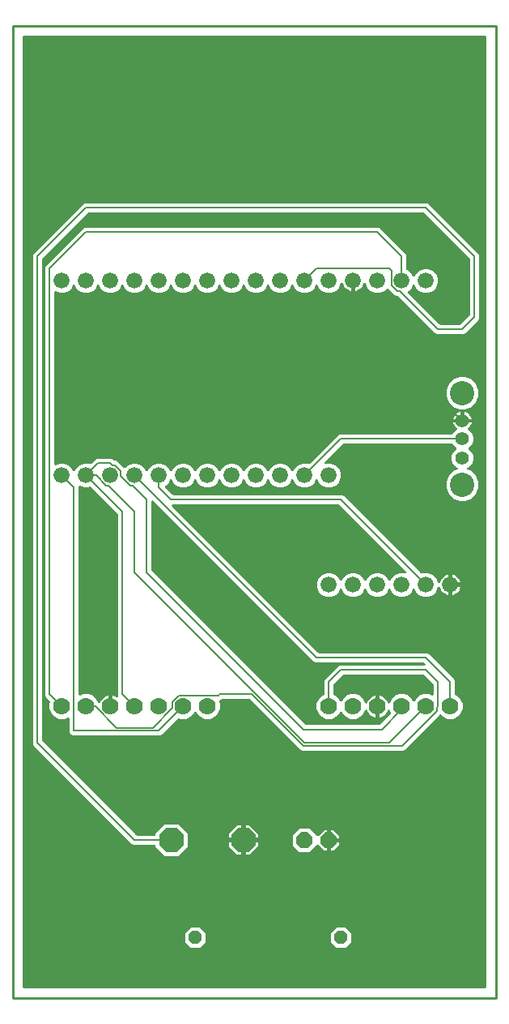
<source format=gbr>
G04 EAGLE Gerber RS-274X export*
G75*
%MOMM*%
%FSLAX34Y34*%
%LPD*%
%INBottom Copper*%
%IPPOS*%
%AMOC8*
5,1,8,0,0,1.08239X$1,22.5*%
G01*
%ADD10C,1.676400*%
%ADD11C,1.778000*%
%ADD12P,1.814519X8X22.500000*%
%ADD13P,1.429621X8X22.500000*%
%ADD14C,1.422400*%
%ADD15C,2.540000*%
%ADD16P,2.749271X8X22.500000*%
%ADD17C,0.152400*%
%ADD18C,0.254000*%

G36*
X709288Y35576D02*
X709288Y35576D01*
X709407Y35583D01*
X709445Y35596D01*
X709486Y35601D01*
X709596Y35644D01*
X709709Y35681D01*
X709744Y35703D01*
X709781Y35718D01*
X709877Y35787D01*
X709978Y35851D01*
X710006Y35881D01*
X710039Y35904D01*
X710115Y35996D01*
X710196Y36083D01*
X710216Y36118D01*
X710241Y36149D01*
X710292Y36257D01*
X710350Y36361D01*
X710360Y36401D01*
X710377Y36437D01*
X710399Y36554D01*
X710429Y36669D01*
X710433Y36729D01*
X710437Y36749D01*
X710435Y36770D01*
X710439Y36830D01*
X710439Y1029870D01*
X710424Y1029988D01*
X710417Y1030107D01*
X710404Y1030145D01*
X710399Y1030186D01*
X710356Y1030296D01*
X710319Y1030409D01*
X710297Y1030444D01*
X710282Y1030481D01*
X710213Y1030577D01*
X710149Y1030678D01*
X710119Y1030706D01*
X710096Y1030739D01*
X710004Y1030815D01*
X709917Y1030896D01*
X709882Y1030916D01*
X709851Y1030941D01*
X709743Y1030992D01*
X709639Y1031050D01*
X709599Y1031060D01*
X709563Y1031077D01*
X709446Y1031099D01*
X709331Y1031129D01*
X709271Y1031133D01*
X709251Y1031137D01*
X709230Y1031135D01*
X709170Y1031139D01*
X227330Y1031139D01*
X227212Y1031124D01*
X227093Y1031117D01*
X227055Y1031104D01*
X227014Y1031099D01*
X226904Y1031056D01*
X226791Y1031019D01*
X226756Y1030997D01*
X226719Y1030982D01*
X226623Y1030913D01*
X226522Y1030849D01*
X226494Y1030819D01*
X226461Y1030796D01*
X226385Y1030704D01*
X226304Y1030617D01*
X226284Y1030582D01*
X226259Y1030551D01*
X226208Y1030443D01*
X226150Y1030339D01*
X226140Y1030299D01*
X226123Y1030263D01*
X226101Y1030146D01*
X226071Y1030031D01*
X226067Y1029971D01*
X226063Y1029951D01*
X226065Y1029930D01*
X226061Y1029870D01*
X226061Y36830D01*
X226076Y36712D01*
X226083Y36593D01*
X226096Y36555D01*
X226101Y36514D01*
X226144Y36404D01*
X226181Y36291D01*
X226203Y36256D01*
X226218Y36219D01*
X226287Y36123D01*
X226351Y36022D01*
X226381Y35994D01*
X226404Y35961D01*
X226496Y35885D01*
X226583Y35804D01*
X226618Y35784D01*
X226649Y35759D01*
X226757Y35708D01*
X226861Y35650D01*
X226901Y35640D01*
X226937Y35623D01*
X227054Y35601D01*
X227169Y35571D01*
X227229Y35567D01*
X227249Y35563D01*
X227270Y35565D01*
X227330Y35561D01*
X709170Y35561D01*
X709288Y35576D01*
G37*
%LPC*%
G36*
X374564Y173735D02*
X374564Y173735D01*
X364743Y183556D01*
X364743Y184404D01*
X364728Y184522D01*
X364721Y184641D01*
X364708Y184679D01*
X364703Y184720D01*
X364660Y184830D01*
X364623Y184943D01*
X364601Y184978D01*
X364586Y185015D01*
X364517Y185111D01*
X364453Y185212D01*
X364423Y185240D01*
X364400Y185273D01*
X364308Y185349D01*
X364221Y185430D01*
X364186Y185450D01*
X364155Y185475D01*
X364047Y185526D01*
X363943Y185584D01*
X363903Y185594D01*
X363867Y185611D01*
X363750Y185633D01*
X363635Y185663D01*
X363575Y185667D01*
X363555Y185671D01*
X363534Y185669D01*
X363474Y185673D01*
X341940Y185673D01*
X340166Y186408D01*
X237208Y289366D01*
X236473Y291140D01*
X236473Y801060D01*
X237208Y802834D01*
X289366Y854992D01*
X291140Y855727D01*
X648660Y855727D01*
X650434Y854992D01*
X702592Y802834D01*
X703327Y801060D01*
X703327Y735640D01*
X702592Y733866D01*
X688534Y719808D01*
X686760Y719073D01*
X659440Y719073D01*
X657666Y719808D01*
X618640Y758834D01*
X618562Y758894D01*
X618490Y758962D01*
X618437Y758991D01*
X618389Y759028D01*
X618298Y759068D01*
X618212Y759116D01*
X618153Y759131D01*
X618097Y759155D01*
X617999Y759170D01*
X617904Y759195D01*
X617804Y759201D01*
X617783Y759205D01*
X617771Y759203D01*
X617743Y759205D01*
X616921Y759205D01*
X615147Y759940D01*
X613611Y761476D01*
X609076Y766011D01*
X608342Y766745D01*
X608248Y766818D01*
X608159Y766897D01*
X608123Y766915D01*
X608091Y766940D01*
X607982Y766987D01*
X607876Y767041D01*
X607836Y767050D01*
X607799Y767066D01*
X607681Y767085D01*
X607565Y767111D01*
X607525Y767110D01*
X607485Y767116D01*
X607366Y767105D01*
X607248Y767101D01*
X607209Y767090D01*
X607168Y767086D01*
X607056Y767046D01*
X606942Y767013D01*
X606907Y766992D01*
X606869Y766979D01*
X606771Y766912D01*
X606668Y766851D01*
X606623Y766811D01*
X606606Y766800D01*
X606593Y766785D01*
X606547Y766745D01*
X603950Y764148D01*
X599376Y762253D01*
X594424Y762253D01*
X589850Y764148D01*
X586348Y767650D01*
X584496Y772121D01*
X584481Y772147D01*
X584472Y772175D01*
X584403Y772285D01*
X584339Y772397D01*
X584318Y772418D01*
X584302Y772444D01*
X584207Y772532D01*
X584117Y772625D01*
X584092Y772641D01*
X584070Y772661D01*
X583956Y772724D01*
X583846Y772792D01*
X583818Y772800D01*
X583791Y772815D01*
X583666Y772847D01*
X583542Y772885D01*
X583512Y772887D01*
X583484Y772894D01*
X583354Y772894D01*
X583225Y772900D01*
X583195Y772894D01*
X583165Y772894D01*
X583040Y772862D01*
X582913Y772836D01*
X582886Y772823D01*
X582857Y772816D01*
X582744Y772753D01*
X582627Y772696D01*
X582605Y772677D01*
X582579Y772663D01*
X582484Y772574D01*
X582385Y772490D01*
X582368Y772466D01*
X582346Y772445D01*
X582277Y772336D01*
X582202Y772230D01*
X582192Y772202D01*
X582176Y772177D01*
X582116Y772027D01*
X581623Y770507D01*
X580842Y768975D01*
X579831Y767584D01*
X578616Y766369D01*
X577225Y765358D01*
X575693Y764577D01*
X574058Y764046D01*
X573999Y764037D01*
X573999Y773470D01*
X573984Y773588D01*
X573977Y773707D01*
X573964Y773745D01*
X573959Y773785D01*
X573916Y773896D01*
X573879Y774009D01*
X573857Y774043D01*
X573842Y774081D01*
X573773Y774177D01*
X573709Y774278D01*
X573679Y774306D01*
X573656Y774338D01*
X573564Y774414D01*
X573477Y774496D01*
X573442Y774515D01*
X573411Y774541D01*
X573303Y774592D01*
X573199Y774649D01*
X573159Y774659D01*
X573123Y774677D01*
X573006Y774699D01*
X572891Y774729D01*
X572831Y774733D01*
X572811Y774736D01*
X572790Y774735D01*
X572730Y774739D01*
X570270Y774739D01*
X570152Y774724D01*
X570033Y774717D01*
X569995Y774704D01*
X569954Y774699D01*
X569844Y774655D01*
X569731Y774619D01*
X569696Y774597D01*
X569659Y774582D01*
X569562Y774512D01*
X569462Y774449D01*
X569434Y774419D01*
X569401Y774395D01*
X569325Y774304D01*
X569244Y774217D01*
X569224Y774182D01*
X569199Y774150D01*
X569148Y774043D01*
X569090Y773938D01*
X569080Y773899D01*
X569063Y773863D01*
X569041Y773746D01*
X569011Y773630D01*
X569007Y773570D01*
X569003Y773550D01*
X569005Y773530D01*
X569001Y773470D01*
X569001Y764037D01*
X568942Y764046D01*
X567307Y764577D01*
X565775Y765358D01*
X564384Y766369D01*
X563169Y767584D01*
X562158Y768975D01*
X561377Y770507D01*
X560884Y772027D01*
X560871Y772054D01*
X560864Y772083D01*
X560803Y772198D01*
X560748Y772315D01*
X560729Y772338D01*
X560715Y772364D01*
X560628Y772460D01*
X560546Y772560D01*
X560521Y772578D01*
X560501Y772600D01*
X560393Y772671D01*
X560288Y772747D01*
X560261Y772758D01*
X560236Y772774D01*
X560113Y772816D01*
X559993Y772864D01*
X559963Y772868D01*
X559935Y772878D01*
X559806Y772888D01*
X559677Y772904D01*
X559648Y772900D01*
X559618Y772903D01*
X559490Y772881D01*
X559362Y772865D01*
X559334Y772854D01*
X559304Y772848D01*
X559186Y772795D01*
X559066Y772748D01*
X559042Y772730D01*
X559014Y772718D01*
X558913Y772637D01*
X558808Y772561D01*
X558789Y772538D01*
X558766Y772519D01*
X558688Y772416D01*
X558605Y772316D01*
X558593Y772289D01*
X558575Y772265D01*
X558504Y772121D01*
X556652Y767650D01*
X553150Y764148D01*
X548576Y762253D01*
X543624Y762253D01*
X539050Y764148D01*
X535548Y767650D01*
X534573Y770005D01*
X534504Y770125D01*
X534439Y770248D01*
X534425Y770263D01*
X534415Y770281D01*
X534318Y770381D01*
X534225Y770484D01*
X534208Y770495D01*
X534194Y770509D01*
X534076Y770582D01*
X533959Y770658D01*
X533940Y770665D01*
X533923Y770676D01*
X533790Y770716D01*
X533658Y770762D01*
X533638Y770763D01*
X533619Y770769D01*
X533480Y770776D01*
X533341Y770787D01*
X533321Y770783D01*
X533301Y770784D01*
X533165Y770756D01*
X533028Y770732D01*
X533009Y770724D01*
X532990Y770720D01*
X532865Y770659D01*
X532738Y770602D01*
X532722Y770589D01*
X532704Y770580D01*
X532598Y770490D01*
X532490Y770403D01*
X532477Y770387D01*
X532462Y770374D01*
X532382Y770260D01*
X532298Y770149D01*
X532286Y770124D01*
X532279Y770114D01*
X532272Y770095D01*
X532227Y770005D01*
X531252Y767650D01*
X527750Y764148D01*
X523176Y762253D01*
X518224Y762253D01*
X513650Y764148D01*
X510148Y767650D01*
X509173Y770005D01*
X509104Y770125D01*
X509039Y770248D01*
X509025Y770263D01*
X509015Y770281D01*
X508918Y770381D01*
X508825Y770484D01*
X508808Y770495D01*
X508794Y770509D01*
X508676Y770582D01*
X508559Y770658D01*
X508540Y770665D01*
X508523Y770676D01*
X508390Y770716D01*
X508258Y770762D01*
X508238Y770763D01*
X508219Y770769D01*
X508080Y770776D01*
X507941Y770787D01*
X507921Y770783D01*
X507901Y770784D01*
X507765Y770756D01*
X507628Y770732D01*
X507609Y770724D01*
X507590Y770720D01*
X507465Y770659D01*
X507338Y770602D01*
X507322Y770589D01*
X507304Y770580D01*
X507198Y770490D01*
X507090Y770403D01*
X507077Y770387D01*
X507062Y770374D01*
X506982Y770260D01*
X506898Y770149D01*
X506886Y770124D01*
X506879Y770114D01*
X506872Y770095D01*
X506827Y770005D01*
X505852Y767650D01*
X502350Y764148D01*
X497776Y762253D01*
X492824Y762253D01*
X488250Y764148D01*
X484748Y767650D01*
X483773Y770005D01*
X483704Y770125D01*
X483639Y770248D01*
X483625Y770263D01*
X483615Y770281D01*
X483518Y770381D01*
X483425Y770484D01*
X483408Y770495D01*
X483394Y770509D01*
X483276Y770582D01*
X483159Y770658D01*
X483140Y770665D01*
X483123Y770676D01*
X482990Y770716D01*
X482858Y770762D01*
X482838Y770763D01*
X482819Y770769D01*
X482680Y770776D01*
X482541Y770787D01*
X482521Y770783D01*
X482501Y770784D01*
X482365Y770756D01*
X482228Y770732D01*
X482209Y770724D01*
X482190Y770720D01*
X482065Y770659D01*
X481938Y770602D01*
X481922Y770589D01*
X481904Y770580D01*
X481798Y770490D01*
X481690Y770403D01*
X481677Y770387D01*
X481662Y770374D01*
X481582Y770260D01*
X481498Y770149D01*
X481486Y770124D01*
X481479Y770114D01*
X481472Y770095D01*
X481427Y770005D01*
X480452Y767650D01*
X476950Y764148D01*
X472376Y762253D01*
X467424Y762253D01*
X462850Y764148D01*
X459348Y767650D01*
X458373Y770005D01*
X458304Y770125D01*
X458239Y770248D01*
X458225Y770263D01*
X458215Y770281D01*
X458118Y770381D01*
X458025Y770484D01*
X458008Y770495D01*
X457994Y770509D01*
X457876Y770582D01*
X457759Y770658D01*
X457740Y770665D01*
X457723Y770676D01*
X457590Y770716D01*
X457458Y770762D01*
X457438Y770763D01*
X457419Y770769D01*
X457280Y770776D01*
X457141Y770787D01*
X457121Y770783D01*
X457101Y770784D01*
X456965Y770756D01*
X456828Y770732D01*
X456809Y770724D01*
X456790Y770720D01*
X456665Y770659D01*
X456538Y770602D01*
X456522Y770589D01*
X456504Y770580D01*
X456398Y770490D01*
X456290Y770403D01*
X456277Y770387D01*
X456262Y770374D01*
X456182Y770260D01*
X456098Y770149D01*
X456086Y770124D01*
X456079Y770114D01*
X456072Y770095D01*
X456027Y770005D01*
X455052Y767650D01*
X451550Y764148D01*
X446976Y762253D01*
X442024Y762253D01*
X437450Y764148D01*
X433948Y767650D01*
X432973Y770005D01*
X432904Y770125D01*
X432839Y770248D01*
X432825Y770263D01*
X432815Y770281D01*
X432718Y770381D01*
X432625Y770484D01*
X432608Y770495D01*
X432594Y770509D01*
X432476Y770582D01*
X432359Y770658D01*
X432340Y770665D01*
X432323Y770676D01*
X432190Y770716D01*
X432058Y770762D01*
X432038Y770763D01*
X432019Y770769D01*
X431880Y770776D01*
X431741Y770787D01*
X431721Y770783D01*
X431701Y770784D01*
X431565Y770756D01*
X431428Y770732D01*
X431409Y770724D01*
X431390Y770720D01*
X431265Y770659D01*
X431138Y770602D01*
X431122Y770589D01*
X431104Y770580D01*
X430998Y770490D01*
X430890Y770403D01*
X430877Y770387D01*
X430862Y770374D01*
X430782Y770260D01*
X430698Y770149D01*
X430686Y770124D01*
X430679Y770114D01*
X430672Y770095D01*
X430627Y770005D01*
X429652Y767650D01*
X426150Y764148D01*
X421576Y762253D01*
X416624Y762253D01*
X412050Y764148D01*
X408548Y767650D01*
X407573Y770005D01*
X407504Y770125D01*
X407439Y770248D01*
X407425Y770263D01*
X407415Y770281D01*
X407318Y770381D01*
X407225Y770484D01*
X407208Y770495D01*
X407194Y770509D01*
X407076Y770582D01*
X406959Y770658D01*
X406940Y770665D01*
X406923Y770676D01*
X406790Y770716D01*
X406658Y770762D01*
X406638Y770763D01*
X406619Y770769D01*
X406480Y770776D01*
X406341Y770787D01*
X406321Y770783D01*
X406301Y770784D01*
X406165Y770756D01*
X406028Y770732D01*
X406009Y770724D01*
X405990Y770720D01*
X405865Y770659D01*
X405738Y770602D01*
X405722Y770589D01*
X405704Y770580D01*
X405598Y770490D01*
X405490Y770403D01*
X405477Y770387D01*
X405462Y770374D01*
X405382Y770260D01*
X405298Y770149D01*
X405286Y770124D01*
X405279Y770114D01*
X405272Y770095D01*
X405227Y770005D01*
X404252Y767650D01*
X400750Y764148D01*
X396176Y762253D01*
X391224Y762253D01*
X386650Y764148D01*
X383148Y767650D01*
X382173Y770005D01*
X382104Y770125D01*
X382039Y770248D01*
X382025Y770263D01*
X382015Y770281D01*
X381918Y770381D01*
X381825Y770484D01*
X381808Y770495D01*
X381794Y770509D01*
X381675Y770582D01*
X381559Y770658D01*
X381540Y770665D01*
X381523Y770676D01*
X381390Y770716D01*
X381258Y770762D01*
X381238Y770763D01*
X381219Y770769D01*
X381080Y770776D01*
X380941Y770787D01*
X380921Y770783D01*
X380901Y770784D01*
X380765Y770756D01*
X380628Y770732D01*
X380609Y770724D01*
X380590Y770720D01*
X380464Y770659D01*
X380338Y770602D01*
X380322Y770589D01*
X380304Y770580D01*
X380198Y770490D01*
X380090Y770403D01*
X380077Y770387D01*
X380062Y770374D01*
X379982Y770260D01*
X379898Y770149D01*
X379886Y770124D01*
X379879Y770114D01*
X379872Y770095D01*
X379827Y770005D01*
X378852Y767650D01*
X375350Y764148D01*
X370776Y762253D01*
X365824Y762253D01*
X361250Y764148D01*
X357748Y767649D01*
X356773Y770005D01*
X356704Y770126D01*
X356639Y770248D01*
X356625Y770263D01*
X356615Y770281D01*
X356518Y770381D01*
X356425Y770484D01*
X356408Y770495D01*
X356394Y770509D01*
X356276Y770582D01*
X356159Y770658D01*
X356140Y770665D01*
X356123Y770676D01*
X355990Y770716D01*
X355858Y770762D01*
X355838Y770763D01*
X355819Y770769D01*
X355680Y770776D01*
X355541Y770787D01*
X355521Y770783D01*
X355501Y770784D01*
X355365Y770756D01*
X355228Y770732D01*
X355209Y770724D01*
X355190Y770720D01*
X355065Y770659D01*
X354938Y770602D01*
X354922Y770589D01*
X354904Y770580D01*
X354798Y770490D01*
X354690Y770403D01*
X354677Y770387D01*
X354662Y770374D01*
X354582Y770260D01*
X354498Y770149D01*
X354486Y770124D01*
X354479Y770114D01*
X354472Y770095D01*
X354427Y770005D01*
X353452Y767650D01*
X349950Y764148D01*
X345376Y762253D01*
X340424Y762253D01*
X335850Y764148D01*
X332348Y767649D01*
X331373Y770005D01*
X331304Y770126D01*
X331239Y770248D01*
X331225Y770263D01*
X331215Y770281D01*
X331118Y770381D01*
X331025Y770484D01*
X331008Y770495D01*
X330994Y770509D01*
X330876Y770582D01*
X330759Y770658D01*
X330740Y770665D01*
X330723Y770676D01*
X330590Y770716D01*
X330458Y770762D01*
X330438Y770763D01*
X330419Y770769D01*
X330280Y770776D01*
X330141Y770787D01*
X330121Y770783D01*
X330101Y770784D01*
X329965Y770756D01*
X329828Y770732D01*
X329809Y770724D01*
X329790Y770720D01*
X329665Y770659D01*
X329538Y770602D01*
X329522Y770589D01*
X329504Y770580D01*
X329398Y770490D01*
X329290Y770403D01*
X329277Y770387D01*
X329262Y770374D01*
X329182Y770260D01*
X329098Y770149D01*
X329086Y770124D01*
X329079Y770114D01*
X329072Y770095D01*
X329027Y770005D01*
X328052Y767650D01*
X324550Y764148D01*
X319976Y762253D01*
X315024Y762253D01*
X310450Y764148D01*
X306948Y767649D01*
X305973Y770005D01*
X305904Y770126D01*
X305839Y770248D01*
X305825Y770263D01*
X305815Y770281D01*
X305718Y770381D01*
X305625Y770484D01*
X305608Y770495D01*
X305594Y770509D01*
X305476Y770582D01*
X305359Y770658D01*
X305340Y770665D01*
X305323Y770676D01*
X305190Y770716D01*
X305058Y770762D01*
X305038Y770763D01*
X305019Y770769D01*
X304880Y770776D01*
X304741Y770787D01*
X304721Y770783D01*
X304701Y770784D01*
X304565Y770756D01*
X304428Y770732D01*
X304409Y770724D01*
X304390Y770720D01*
X304265Y770659D01*
X304138Y770602D01*
X304122Y770589D01*
X304104Y770580D01*
X303998Y770490D01*
X303890Y770403D01*
X303877Y770387D01*
X303862Y770374D01*
X303782Y770260D01*
X303698Y770149D01*
X303686Y770124D01*
X303679Y770114D01*
X303672Y770095D01*
X303627Y770005D01*
X302652Y767650D01*
X299150Y764148D01*
X294576Y762253D01*
X289624Y762253D01*
X285050Y764148D01*
X281548Y767649D01*
X280573Y770005D01*
X280504Y770126D01*
X280439Y770248D01*
X280425Y770263D01*
X280415Y770281D01*
X280318Y770381D01*
X280225Y770484D01*
X280208Y770495D01*
X280194Y770509D01*
X280076Y770582D01*
X279959Y770658D01*
X279940Y770665D01*
X279923Y770676D01*
X279790Y770716D01*
X279658Y770762D01*
X279638Y770763D01*
X279619Y770769D01*
X279480Y770776D01*
X279341Y770787D01*
X279321Y770783D01*
X279301Y770784D01*
X279165Y770756D01*
X279028Y770732D01*
X279009Y770724D01*
X278990Y770720D01*
X278865Y770659D01*
X278738Y770602D01*
X278722Y770589D01*
X278704Y770580D01*
X278598Y770490D01*
X278490Y770403D01*
X278477Y770387D01*
X278462Y770374D01*
X278382Y770260D01*
X278298Y770149D01*
X278286Y770124D01*
X278279Y770114D01*
X278272Y770095D01*
X278227Y770005D01*
X277252Y767650D01*
X273750Y764148D01*
X269176Y762253D01*
X264224Y762253D01*
X260582Y763762D01*
X260534Y763775D01*
X260489Y763796D01*
X260381Y763817D01*
X260275Y763846D01*
X260225Y763847D01*
X260176Y763856D01*
X260067Y763849D01*
X259957Y763851D01*
X259909Y763839D01*
X259859Y763836D01*
X259755Y763803D01*
X259648Y763777D01*
X259604Y763754D01*
X259557Y763738D01*
X259464Y763680D01*
X259367Y763628D01*
X259330Y763595D01*
X259288Y763568D01*
X259213Y763488D01*
X259131Y763414D01*
X259104Y763373D01*
X259070Y763337D01*
X259017Y763240D01*
X258957Y763149D01*
X258940Y763102D01*
X258916Y763058D01*
X258889Y762952D01*
X258853Y762848D01*
X258849Y762798D01*
X258837Y762750D01*
X258827Y762589D01*
X258827Y583611D01*
X258833Y583561D01*
X258831Y583512D01*
X258853Y583404D01*
X258867Y583295D01*
X258885Y583249D01*
X258895Y583200D01*
X258943Y583101D01*
X258984Y582999D01*
X259013Y582959D01*
X259035Y582915D01*
X259106Y582831D01*
X259170Y582742D01*
X259209Y582710D01*
X259241Y582673D01*
X259331Y582609D01*
X259415Y582539D01*
X259460Y582518D01*
X259501Y582489D01*
X259604Y582450D01*
X259703Y582404D01*
X259752Y582394D01*
X259798Y582377D01*
X259908Y582365D01*
X260015Y582344D01*
X260065Y582347D01*
X260114Y582341D01*
X260223Y582357D01*
X260333Y582364D01*
X260380Y582379D01*
X260429Y582386D01*
X260582Y582438D01*
X264224Y583947D01*
X269176Y583947D01*
X273750Y582052D01*
X277252Y578550D01*
X278227Y576195D01*
X278296Y576075D01*
X278361Y575952D01*
X278375Y575937D01*
X278385Y575919D01*
X278482Y575819D01*
X278575Y575716D01*
X278592Y575705D01*
X278606Y575691D01*
X278725Y575618D01*
X278841Y575542D01*
X278860Y575535D01*
X278877Y575524D01*
X279010Y575484D01*
X279142Y575438D01*
X279162Y575437D01*
X279181Y575431D01*
X279320Y575424D01*
X279459Y575413D01*
X279479Y575417D01*
X279499Y575416D01*
X279635Y575444D01*
X279772Y575468D01*
X279791Y575476D01*
X279810Y575480D01*
X279936Y575541D01*
X280062Y575598D01*
X280078Y575611D01*
X280096Y575620D01*
X280202Y575710D01*
X280310Y575797D01*
X280323Y575813D01*
X280338Y575826D01*
X280418Y575940D01*
X280502Y576051D01*
X280514Y576076D01*
X280521Y576086D01*
X280528Y576105D01*
X280573Y576195D01*
X281548Y578550D01*
X285050Y582052D01*
X289624Y583947D01*
X294576Y583947D01*
X296016Y583350D01*
X296045Y583342D01*
X296071Y583329D01*
X296198Y583300D01*
X296323Y583266D01*
X296352Y583266D01*
X296381Y583259D01*
X296511Y583263D01*
X296641Y583261D01*
X296670Y583268D01*
X296699Y583269D01*
X296824Y583305D01*
X296950Y583335D01*
X296976Y583349D01*
X297005Y583357D01*
X297116Y583423D01*
X297231Y583484D01*
X297253Y583504D01*
X297278Y583519D01*
X297399Y583625D01*
X302066Y588292D01*
X303840Y589027D01*
X318460Y589027D01*
X320234Y588292D01*
X321160Y587366D01*
X321238Y587306D01*
X321310Y587238D01*
X321363Y587209D01*
X321411Y587172D01*
X321502Y587132D01*
X321588Y587084D01*
X321647Y587069D01*
X321703Y587045D01*
X321801Y587030D01*
X321896Y587005D01*
X321996Y586999D01*
X322017Y586995D01*
X322029Y586997D01*
X322057Y586995D01*
X322879Y586995D01*
X324653Y586260D01*
X326189Y584724D01*
X330724Y580189D01*
X331458Y579455D01*
X331552Y579382D01*
X331641Y579303D01*
X331677Y579285D01*
X331709Y579260D01*
X331818Y579213D01*
X331924Y579159D01*
X331964Y579150D01*
X332001Y579134D01*
X332119Y579115D01*
X332235Y579089D01*
X332275Y579090D01*
X332315Y579084D01*
X332434Y579095D01*
X332552Y579099D01*
X332591Y579110D01*
X332632Y579114D01*
X332744Y579154D01*
X332858Y579187D01*
X332893Y579208D01*
X332931Y579221D01*
X333029Y579288D01*
X333132Y579349D01*
X333177Y579389D01*
X333194Y579400D01*
X333207Y579415D01*
X333253Y579455D01*
X335850Y582052D01*
X340424Y583947D01*
X345376Y583947D01*
X349950Y582052D01*
X353452Y578550D01*
X354427Y576195D01*
X354496Y576075D01*
X354561Y575952D01*
X354575Y575937D01*
X354585Y575919D01*
X354682Y575819D01*
X354775Y575716D01*
X354792Y575705D01*
X354806Y575691D01*
X354925Y575618D01*
X355041Y575542D01*
X355060Y575535D01*
X355077Y575524D01*
X355210Y575484D01*
X355342Y575438D01*
X355362Y575437D01*
X355381Y575431D01*
X355520Y575424D01*
X355659Y575413D01*
X355679Y575417D01*
X355699Y575416D01*
X355835Y575444D01*
X355972Y575468D01*
X355991Y575476D01*
X356010Y575480D01*
X356136Y575541D01*
X356262Y575598D01*
X356278Y575611D01*
X356296Y575620D01*
X356402Y575710D01*
X356510Y575797D01*
X356523Y575813D01*
X356538Y575826D01*
X356618Y575940D01*
X356702Y576051D01*
X356714Y576076D01*
X356721Y576086D01*
X356728Y576105D01*
X356773Y576195D01*
X357748Y578550D01*
X361250Y582052D01*
X365824Y583947D01*
X370776Y583947D01*
X375350Y582052D01*
X378852Y578550D01*
X379827Y576195D01*
X379896Y576075D01*
X379961Y575952D01*
X379975Y575937D01*
X379985Y575919D01*
X380082Y575819D01*
X380175Y575716D01*
X380192Y575705D01*
X380206Y575691D01*
X380325Y575618D01*
X380441Y575542D01*
X380460Y575535D01*
X380477Y575524D01*
X380610Y575483D01*
X380742Y575438D01*
X380762Y575437D01*
X380781Y575431D01*
X380920Y575424D01*
X381059Y575413D01*
X381079Y575417D01*
X381099Y575416D01*
X381235Y575444D01*
X381372Y575468D01*
X381391Y575476D01*
X381410Y575480D01*
X381536Y575541D01*
X381662Y575598D01*
X381678Y575611D01*
X381696Y575620D01*
X381802Y575710D01*
X381910Y575797D01*
X381923Y575813D01*
X381938Y575826D01*
X382018Y575940D01*
X382102Y576051D01*
X382114Y576076D01*
X382121Y576086D01*
X382128Y576105D01*
X382173Y576195D01*
X383148Y578551D01*
X386650Y582052D01*
X391224Y583947D01*
X396176Y583947D01*
X400750Y582052D01*
X404252Y578550D01*
X405227Y576195D01*
X405296Y576075D01*
X405361Y575952D01*
X405375Y575937D01*
X405385Y575919D01*
X405482Y575819D01*
X405575Y575716D01*
X405592Y575705D01*
X405606Y575691D01*
X405725Y575618D01*
X405841Y575542D01*
X405860Y575535D01*
X405877Y575524D01*
X406010Y575483D01*
X406142Y575438D01*
X406162Y575437D01*
X406181Y575431D01*
X406320Y575424D01*
X406459Y575413D01*
X406479Y575417D01*
X406499Y575416D01*
X406635Y575444D01*
X406772Y575468D01*
X406791Y575476D01*
X406810Y575480D01*
X406936Y575541D01*
X407062Y575598D01*
X407078Y575611D01*
X407096Y575620D01*
X407202Y575710D01*
X407310Y575797D01*
X407323Y575813D01*
X407338Y575826D01*
X407418Y575940D01*
X407502Y576051D01*
X407514Y576076D01*
X407521Y576086D01*
X407528Y576105D01*
X407573Y576195D01*
X408548Y578551D01*
X412050Y582052D01*
X416624Y583947D01*
X421576Y583947D01*
X426150Y582052D01*
X429652Y578550D01*
X430627Y576195D01*
X430696Y576075D01*
X430761Y575952D01*
X430775Y575937D01*
X430785Y575919D01*
X430882Y575819D01*
X430975Y575716D01*
X430992Y575705D01*
X431006Y575691D01*
X431125Y575618D01*
X431241Y575542D01*
X431260Y575535D01*
X431277Y575524D01*
X431410Y575483D01*
X431542Y575438D01*
X431562Y575437D01*
X431581Y575431D01*
X431720Y575424D01*
X431859Y575413D01*
X431879Y575417D01*
X431899Y575416D01*
X432035Y575444D01*
X432172Y575468D01*
X432191Y575476D01*
X432210Y575480D01*
X432336Y575541D01*
X432462Y575598D01*
X432478Y575611D01*
X432496Y575620D01*
X432602Y575710D01*
X432710Y575797D01*
X432723Y575813D01*
X432738Y575826D01*
X432818Y575940D01*
X432902Y576051D01*
X432914Y576076D01*
X432921Y576086D01*
X432928Y576105D01*
X432973Y576195D01*
X433948Y578551D01*
X437450Y582052D01*
X442024Y583947D01*
X446976Y583947D01*
X451550Y582052D01*
X455052Y578550D01*
X456027Y576195D01*
X456096Y576075D01*
X456161Y575952D01*
X456175Y575937D01*
X456185Y575919D01*
X456282Y575819D01*
X456375Y575716D01*
X456392Y575705D01*
X456406Y575691D01*
X456525Y575618D01*
X456641Y575542D01*
X456660Y575535D01*
X456677Y575524D01*
X456810Y575483D01*
X456942Y575438D01*
X456962Y575437D01*
X456981Y575431D01*
X457120Y575424D01*
X457259Y575413D01*
X457279Y575417D01*
X457299Y575416D01*
X457435Y575444D01*
X457572Y575468D01*
X457591Y575476D01*
X457610Y575480D01*
X457736Y575541D01*
X457862Y575598D01*
X457878Y575611D01*
X457896Y575620D01*
X458002Y575710D01*
X458110Y575797D01*
X458123Y575813D01*
X458138Y575826D01*
X458218Y575940D01*
X458302Y576051D01*
X458314Y576076D01*
X458321Y576086D01*
X458328Y576105D01*
X458373Y576195D01*
X459348Y578551D01*
X462850Y582052D01*
X467424Y583947D01*
X472376Y583947D01*
X476950Y582052D01*
X480452Y578550D01*
X481427Y576195D01*
X481496Y576075D01*
X481561Y575952D01*
X481575Y575937D01*
X481585Y575919D01*
X481682Y575819D01*
X481775Y575716D01*
X481792Y575705D01*
X481806Y575691D01*
X481925Y575618D01*
X482041Y575542D01*
X482060Y575535D01*
X482077Y575524D01*
X482210Y575483D01*
X482342Y575438D01*
X482362Y575437D01*
X482381Y575431D01*
X482520Y575424D01*
X482659Y575413D01*
X482679Y575417D01*
X482699Y575416D01*
X482835Y575444D01*
X482972Y575468D01*
X482991Y575476D01*
X483010Y575480D01*
X483136Y575541D01*
X483262Y575598D01*
X483278Y575611D01*
X483296Y575620D01*
X483402Y575710D01*
X483510Y575797D01*
X483523Y575813D01*
X483538Y575826D01*
X483618Y575940D01*
X483702Y576051D01*
X483714Y576076D01*
X483721Y576086D01*
X483728Y576105D01*
X483773Y576195D01*
X484748Y578551D01*
X488250Y582052D01*
X492824Y583947D01*
X497776Y583947D01*
X502350Y582052D01*
X505852Y578550D01*
X506827Y576195D01*
X506896Y576075D01*
X506961Y575952D01*
X506975Y575937D01*
X506985Y575919D01*
X507082Y575819D01*
X507175Y575716D01*
X507192Y575705D01*
X507206Y575691D01*
X507325Y575618D01*
X507441Y575542D01*
X507460Y575535D01*
X507477Y575524D01*
X507610Y575483D01*
X507742Y575438D01*
X507762Y575437D01*
X507781Y575431D01*
X507920Y575424D01*
X508059Y575413D01*
X508079Y575417D01*
X508099Y575416D01*
X508235Y575444D01*
X508372Y575468D01*
X508391Y575476D01*
X508410Y575480D01*
X508536Y575541D01*
X508662Y575598D01*
X508678Y575611D01*
X508696Y575620D01*
X508802Y575710D01*
X508910Y575797D01*
X508923Y575813D01*
X508938Y575826D01*
X509018Y575940D01*
X509102Y576051D01*
X509114Y576076D01*
X509121Y576086D01*
X509128Y576105D01*
X509173Y576195D01*
X510148Y578551D01*
X513650Y582052D01*
X518224Y583947D01*
X523176Y583947D01*
X524616Y583350D01*
X524644Y583342D01*
X524671Y583329D01*
X524798Y583300D01*
X524923Y583266D01*
X524952Y583266D01*
X524981Y583259D01*
X525111Y583263D01*
X525241Y583261D01*
X525269Y583268D01*
X525299Y583269D01*
X525424Y583305D01*
X525550Y583335D01*
X525576Y583349D01*
X525604Y583357D01*
X525716Y583423D01*
X525831Y583484D01*
X525853Y583504D01*
X525878Y583519D01*
X525999Y583625D01*
X556066Y613692D01*
X557840Y614427D01*
X674854Y614427D01*
X674883Y614430D01*
X674912Y614428D01*
X675040Y614450D01*
X675169Y614467D01*
X675197Y614477D01*
X675226Y614482D01*
X675344Y614536D01*
X675465Y614584D01*
X675489Y614601D01*
X675516Y614613D01*
X675617Y614694D01*
X675722Y614770D01*
X675741Y614793D01*
X675764Y614812D01*
X675842Y614915D01*
X675925Y615015D01*
X675938Y615042D01*
X675955Y615066D01*
X676026Y615210D01*
X676325Y615931D01*
X679526Y619133D01*
X679558Y619150D01*
X679565Y619157D01*
X679574Y619162D01*
X679681Y619266D01*
X679789Y619367D01*
X679795Y619376D01*
X679802Y619383D01*
X679880Y619510D01*
X679960Y619636D01*
X679963Y619645D01*
X679968Y619654D01*
X680012Y619796D01*
X680058Y619938D01*
X680059Y619948D01*
X680062Y619958D01*
X680069Y620107D01*
X680079Y620256D01*
X680077Y620265D01*
X680077Y620276D01*
X680047Y620421D01*
X680019Y620568D01*
X680015Y620577D01*
X680013Y620587D01*
X679948Y620720D01*
X679884Y620856D01*
X679878Y620864D01*
X679873Y620873D01*
X679777Y620985D01*
X679682Y621101D01*
X679671Y621110D01*
X679667Y621115D01*
X679655Y621123D01*
X679558Y621204D01*
X679512Y621237D01*
X678437Y622312D01*
X677544Y623541D01*
X676854Y624895D01*
X676385Y626340D01*
X676304Y626851D01*
X685320Y626851D01*
X685438Y626866D01*
X685557Y626873D01*
X685595Y626885D01*
X685635Y626891D01*
X685746Y626934D01*
X685794Y626950D01*
X685812Y626940D01*
X685851Y626930D01*
X685887Y626913D01*
X686004Y626891D01*
X686120Y626861D01*
X686180Y626857D01*
X686200Y626853D01*
X686220Y626855D01*
X686280Y626851D01*
X695296Y626851D01*
X695215Y626340D01*
X694746Y624895D01*
X694056Y623541D01*
X693163Y622312D01*
X692088Y621237D01*
X692042Y621204D01*
X691934Y621102D01*
X691823Y621002D01*
X691818Y620993D01*
X691810Y620986D01*
X691731Y620861D01*
X691649Y620736D01*
X691645Y620726D01*
X691640Y620718D01*
X691594Y620576D01*
X691545Y620435D01*
X691545Y620425D01*
X691541Y620415D01*
X691532Y620266D01*
X691520Y620118D01*
X691522Y620108D01*
X691521Y620098D01*
X691549Y619952D01*
X691575Y619805D01*
X691579Y619795D01*
X691581Y619785D01*
X691644Y619651D01*
X691705Y619515D01*
X691712Y619507D01*
X691716Y619498D01*
X691811Y619382D01*
X691904Y619266D01*
X691912Y619260D01*
X691918Y619252D01*
X692040Y619164D01*
X692050Y619157D01*
X695275Y615931D01*
X696977Y611823D01*
X696977Y607377D01*
X695275Y603269D01*
X692504Y600498D01*
X692431Y600403D01*
X692352Y600314D01*
X692334Y600278D01*
X692309Y600246D01*
X692261Y600137D01*
X692207Y600031D01*
X692199Y599992D01*
X692182Y599954D01*
X692164Y599837D01*
X692138Y599721D01*
X692139Y599680D01*
X692133Y599640D01*
X692144Y599522D01*
X692147Y599403D01*
X692159Y599364D01*
X692162Y599324D01*
X692203Y599211D01*
X692236Y599097D01*
X692256Y599063D01*
X692270Y599024D01*
X692337Y598926D01*
X692397Y598823D01*
X692437Y598778D01*
X692449Y598761D01*
X692464Y598748D01*
X692504Y598703D01*
X695275Y595931D01*
X696977Y591823D01*
X696977Y587377D01*
X695275Y583269D01*
X692131Y580125D01*
X691339Y579797D01*
X691219Y579728D01*
X691096Y579663D01*
X691081Y579649D01*
X691063Y579639D01*
X690963Y579543D01*
X690860Y579449D01*
X690849Y579432D01*
X690835Y579418D01*
X690762Y579300D01*
X690686Y579183D01*
X690679Y579164D01*
X690668Y579147D01*
X690628Y579014D01*
X690582Y578883D01*
X690581Y578862D01*
X690575Y578843D01*
X690568Y578704D01*
X690557Y578565D01*
X690561Y578546D01*
X690560Y578525D01*
X690588Y578389D01*
X690611Y578252D01*
X690620Y578234D01*
X690624Y578214D01*
X690685Y578089D01*
X690742Y577962D01*
X690755Y577946D01*
X690764Y577928D01*
X690854Y577822D01*
X690941Y577714D01*
X690957Y577702D01*
X690970Y577686D01*
X691084Y577606D01*
X691195Y577522D01*
X691220Y577510D01*
X691230Y577503D01*
X691249Y577496D01*
X691339Y577452D01*
X695296Y575812D01*
X700012Y571096D01*
X702565Y564935D01*
X702565Y558265D01*
X700012Y552104D01*
X695296Y547388D01*
X689135Y544835D01*
X682465Y544835D01*
X676304Y547388D01*
X671588Y552104D01*
X669035Y558265D01*
X669035Y564935D01*
X671588Y571096D01*
X676304Y575812D01*
X680261Y577452D01*
X680381Y577520D01*
X680504Y577585D01*
X680519Y577599D01*
X680537Y577609D01*
X680637Y577706D01*
X680740Y577799D01*
X680751Y577816D01*
X680765Y577830D01*
X680838Y577949D01*
X680914Y578065D01*
X680921Y578084D01*
X680932Y578102D01*
X680973Y578234D01*
X681018Y578366D01*
X681019Y578386D01*
X681025Y578405D01*
X681032Y578544D01*
X681043Y578683D01*
X681039Y578703D01*
X681040Y578723D01*
X681012Y578859D01*
X680989Y578996D01*
X680980Y579015D01*
X680976Y579035D01*
X680915Y579160D01*
X680858Y579286D01*
X680845Y579302D01*
X680836Y579320D01*
X680746Y579426D01*
X680659Y579535D01*
X680643Y579547D01*
X680630Y579562D01*
X680516Y579642D01*
X680405Y579726D01*
X680380Y579738D01*
X680370Y579745D01*
X680351Y579753D01*
X680261Y579797D01*
X679469Y580125D01*
X676325Y583269D01*
X674623Y587377D01*
X674623Y591823D01*
X676325Y595931D01*
X679096Y598703D01*
X679169Y598797D01*
X679248Y598886D01*
X679266Y598922D01*
X679291Y598954D01*
X679339Y599063D01*
X679393Y599169D01*
X679401Y599208D01*
X679418Y599246D01*
X679436Y599363D01*
X679462Y599479D01*
X679461Y599520D01*
X679467Y599560D01*
X679456Y599678D01*
X679453Y599797D01*
X679441Y599836D01*
X679438Y599876D01*
X679397Y599989D01*
X679364Y600103D01*
X679344Y600138D01*
X679330Y600176D01*
X679263Y600274D01*
X679203Y600377D01*
X679163Y600422D01*
X679151Y600439D01*
X679136Y600452D01*
X679096Y600498D01*
X676325Y603269D01*
X676026Y603990D01*
X676012Y604015D01*
X676003Y604043D01*
X675933Y604153D01*
X675869Y604266D01*
X675848Y604287D01*
X675832Y604312D01*
X675738Y604401D01*
X675647Y604494D01*
X675622Y604510D01*
X675601Y604530D01*
X675487Y604593D01*
X675376Y604661D01*
X675348Y604669D01*
X675322Y604684D01*
X675196Y604716D01*
X675072Y604754D01*
X675043Y604756D01*
X675014Y604763D01*
X674854Y604773D01*
X561325Y604773D01*
X561227Y604761D01*
X561128Y604758D01*
X561070Y604741D01*
X561010Y604733D01*
X560917Y604697D01*
X560822Y604669D01*
X560770Y604639D01*
X560714Y604616D01*
X560634Y604558D01*
X560548Y604508D01*
X560473Y604442D01*
X560456Y604430D01*
X560449Y604420D01*
X560428Y604402D01*
X541903Y585877D01*
X541860Y585822D01*
X541810Y585773D01*
X541763Y585696D01*
X541708Y585625D01*
X541680Y585561D01*
X541644Y585502D01*
X541617Y585416D01*
X541582Y585334D01*
X541571Y585265D01*
X541550Y585198D01*
X541546Y585108D01*
X541532Y585020D01*
X541538Y584950D01*
X541535Y584880D01*
X541553Y584793D01*
X541561Y584703D01*
X541585Y584637D01*
X541599Y584569D01*
X541639Y584488D01*
X541669Y584404D01*
X541708Y584346D01*
X541739Y584283D01*
X541797Y584215D01*
X541848Y584141D01*
X541900Y584094D01*
X541945Y584041D01*
X542019Y583989D01*
X542086Y583930D01*
X542148Y583898D01*
X542205Y583858D01*
X542289Y583826D01*
X542369Y583785D01*
X542438Y583770D01*
X542503Y583745D01*
X542592Y583735D01*
X542680Y583716D01*
X542749Y583718D01*
X542819Y583710D01*
X542908Y583723D01*
X542998Y583725D01*
X543065Y583745D01*
X543134Y583755D01*
X543286Y583807D01*
X543624Y583947D01*
X548576Y583947D01*
X553150Y582052D01*
X556652Y578550D01*
X558547Y573976D01*
X558547Y569024D01*
X556652Y564450D01*
X553150Y560948D01*
X548576Y559053D01*
X543624Y559053D01*
X539050Y560948D01*
X535548Y564449D01*
X534573Y566805D01*
X534504Y566926D01*
X534439Y567048D01*
X534425Y567063D01*
X534415Y567081D01*
X534318Y567181D01*
X534225Y567284D01*
X534208Y567295D01*
X534194Y567309D01*
X534076Y567382D01*
X533959Y567458D01*
X533940Y567465D01*
X533923Y567476D01*
X533790Y567516D01*
X533658Y567562D01*
X533638Y567563D01*
X533619Y567569D01*
X533480Y567576D01*
X533341Y567587D01*
X533321Y567583D01*
X533301Y567584D01*
X533165Y567556D01*
X533028Y567532D01*
X533009Y567524D01*
X532990Y567520D01*
X532865Y567459D01*
X532738Y567402D01*
X532722Y567389D01*
X532704Y567380D01*
X532598Y567290D01*
X532490Y567203D01*
X532477Y567187D01*
X532462Y567174D01*
X532382Y567060D01*
X532298Y566949D01*
X532286Y566924D01*
X532279Y566914D01*
X532272Y566895D01*
X532227Y566805D01*
X531252Y564450D01*
X527750Y560948D01*
X523176Y559053D01*
X518224Y559053D01*
X513650Y560948D01*
X510148Y564449D01*
X509173Y566805D01*
X509104Y566926D01*
X509039Y567048D01*
X509025Y567063D01*
X509015Y567081D01*
X508918Y567181D01*
X508825Y567284D01*
X508808Y567295D01*
X508794Y567309D01*
X508676Y567382D01*
X508559Y567458D01*
X508540Y567465D01*
X508523Y567476D01*
X508390Y567516D01*
X508258Y567562D01*
X508238Y567563D01*
X508219Y567569D01*
X508080Y567576D01*
X507941Y567587D01*
X507921Y567583D01*
X507901Y567584D01*
X507765Y567556D01*
X507628Y567532D01*
X507609Y567524D01*
X507590Y567520D01*
X507465Y567459D01*
X507338Y567402D01*
X507322Y567389D01*
X507304Y567380D01*
X507198Y567290D01*
X507090Y567203D01*
X507077Y567187D01*
X507062Y567174D01*
X506982Y567060D01*
X506898Y566949D01*
X506886Y566924D01*
X506879Y566914D01*
X506872Y566895D01*
X506827Y566805D01*
X505852Y564450D01*
X502350Y560948D01*
X497776Y559053D01*
X492824Y559053D01*
X488250Y560948D01*
X484748Y564449D01*
X483773Y566805D01*
X483704Y566926D01*
X483639Y567048D01*
X483625Y567063D01*
X483615Y567081D01*
X483518Y567181D01*
X483425Y567284D01*
X483408Y567295D01*
X483394Y567309D01*
X483276Y567382D01*
X483159Y567458D01*
X483140Y567465D01*
X483123Y567476D01*
X482990Y567516D01*
X482858Y567562D01*
X482838Y567563D01*
X482819Y567569D01*
X482680Y567576D01*
X482541Y567587D01*
X482521Y567583D01*
X482501Y567584D01*
X482365Y567556D01*
X482228Y567532D01*
X482209Y567524D01*
X482190Y567520D01*
X482065Y567459D01*
X481938Y567402D01*
X481922Y567389D01*
X481904Y567380D01*
X481798Y567290D01*
X481690Y567203D01*
X481677Y567187D01*
X481662Y567174D01*
X481582Y567060D01*
X481498Y566949D01*
X481486Y566924D01*
X481479Y566914D01*
X481472Y566895D01*
X481427Y566805D01*
X480452Y564450D01*
X476950Y560948D01*
X472376Y559053D01*
X467424Y559053D01*
X462850Y560948D01*
X459348Y564449D01*
X458373Y566805D01*
X458304Y566926D01*
X458239Y567048D01*
X458225Y567063D01*
X458215Y567081D01*
X458118Y567181D01*
X458025Y567284D01*
X458008Y567295D01*
X457994Y567309D01*
X457876Y567382D01*
X457759Y567458D01*
X457740Y567465D01*
X457723Y567476D01*
X457590Y567516D01*
X457458Y567562D01*
X457438Y567563D01*
X457419Y567569D01*
X457280Y567576D01*
X457141Y567587D01*
X457121Y567583D01*
X457101Y567584D01*
X456965Y567556D01*
X456828Y567532D01*
X456809Y567524D01*
X456790Y567520D01*
X456665Y567459D01*
X456538Y567402D01*
X456522Y567389D01*
X456504Y567380D01*
X456398Y567290D01*
X456290Y567203D01*
X456277Y567187D01*
X456262Y567174D01*
X456182Y567060D01*
X456098Y566949D01*
X456086Y566924D01*
X456079Y566914D01*
X456072Y566895D01*
X456027Y566805D01*
X455052Y564450D01*
X451550Y560948D01*
X446976Y559053D01*
X442024Y559053D01*
X437450Y560948D01*
X433948Y564449D01*
X432973Y566805D01*
X432904Y566926D01*
X432839Y567048D01*
X432825Y567063D01*
X432815Y567081D01*
X432718Y567181D01*
X432625Y567284D01*
X432608Y567295D01*
X432594Y567309D01*
X432476Y567382D01*
X432359Y567458D01*
X432340Y567465D01*
X432323Y567476D01*
X432190Y567516D01*
X432058Y567562D01*
X432038Y567563D01*
X432019Y567569D01*
X431880Y567576D01*
X431741Y567587D01*
X431721Y567583D01*
X431701Y567584D01*
X431565Y567556D01*
X431428Y567532D01*
X431409Y567524D01*
X431390Y567520D01*
X431265Y567459D01*
X431138Y567402D01*
X431122Y567389D01*
X431104Y567380D01*
X430998Y567290D01*
X430890Y567203D01*
X430877Y567187D01*
X430862Y567174D01*
X430782Y567060D01*
X430698Y566949D01*
X430686Y566924D01*
X430679Y566914D01*
X430672Y566895D01*
X430627Y566805D01*
X429652Y564450D01*
X426150Y560948D01*
X421576Y559053D01*
X416624Y559053D01*
X412050Y560948D01*
X408548Y564449D01*
X407573Y566805D01*
X407504Y566926D01*
X407439Y567048D01*
X407425Y567063D01*
X407415Y567081D01*
X407318Y567181D01*
X407225Y567284D01*
X407208Y567295D01*
X407194Y567309D01*
X407076Y567382D01*
X406959Y567458D01*
X406940Y567465D01*
X406923Y567476D01*
X406790Y567516D01*
X406658Y567562D01*
X406638Y567563D01*
X406619Y567569D01*
X406480Y567576D01*
X406341Y567587D01*
X406321Y567583D01*
X406301Y567584D01*
X406165Y567556D01*
X406028Y567532D01*
X406009Y567524D01*
X405990Y567520D01*
X405865Y567459D01*
X405738Y567402D01*
X405722Y567389D01*
X405704Y567380D01*
X405598Y567290D01*
X405490Y567203D01*
X405477Y567187D01*
X405462Y567174D01*
X405382Y567060D01*
X405298Y566949D01*
X405286Y566924D01*
X405279Y566914D01*
X405272Y566895D01*
X405227Y566805D01*
X404252Y564450D01*
X400750Y560948D01*
X396176Y559053D01*
X391224Y559053D01*
X386650Y560948D01*
X383148Y564449D01*
X382173Y566805D01*
X382104Y566926D01*
X382039Y567048D01*
X382025Y567063D01*
X382015Y567081D01*
X381918Y567181D01*
X381825Y567284D01*
X381808Y567295D01*
X381794Y567309D01*
X381676Y567382D01*
X381559Y567458D01*
X381540Y567465D01*
X381523Y567476D01*
X381390Y567516D01*
X381258Y567562D01*
X381238Y567563D01*
X381219Y567569D01*
X381080Y567576D01*
X380941Y567587D01*
X380921Y567583D01*
X380901Y567584D01*
X380765Y567556D01*
X380628Y567532D01*
X380609Y567524D01*
X380590Y567520D01*
X380465Y567459D01*
X380338Y567402D01*
X380322Y567389D01*
X380304Y567380D01*
X380198Y567290D01*
X380090Y567203D01*
X380077Y567187D01*
X380062Y567174D01*
X379982Y567060D01*
X379898Y566949D01*
X379886Y566924D01*
X379879Y566914D01*
X379872Y566895D01*
X379827Y566805D01*
X378852Y564450D01*
X375343Y560941D01*
X375338Y560939D01*
X375247Y560877D01*
X375152Y560823D01*
X375116Y560788D01*
X375075Y560760D01*
X375002Y560678D01*
X374923Y560602D01*
X374897Y560559D01*
X374864Y560522D01*
X374814Y560424D01*
X374757Y560330D01*
X374742Y560283D01*
X374720Y560238D01*
X374696Y560132D01*
X374663Y560027D01*
X374661Y559977D01*
X374650Y559928D01*
X374653Y559818D01*
X374648Y559709D01*
X374658Y559660D01*
X374660Y559610D01*
X374690Y559505D01*
X374712Y559397D01*
X374734Y559353D01*
X374748Y559305D01*
X374804Y559210D01*
X374852Y559112D01*
X374884Y559074D01*
X374910Y559031D01*
X375016Y558910D01*
X382628Y551298D01*
X382706Y551238D01*
X382778Y551170D01*
X382831Y551141D01*
X382879Y551104D01*
X382970Y551064D01*
X383056Y551016D01*
X383115Y551001D01*
X383171Y550977D01*
X383269Y550962D01*
X383364Y550937D01*
X383464Y550931D01*
X383485Y550927D01*
X383497Y550929D01*
X383525Y550927D01*
X559760Y550927D01*
X561534Y550192D01*
X563070Y548656D01*
X642401Y469325D01*
X642424Y469307D01*
X642443Y469285D01*
X642549Y469210D01*
X642652Y469130D01*
X642679Y469119D01*
X642703Y469102D01*
X642825Y469056D01*
X642944Y469004D01*
X642973Y468999D01*
X643001Y468989D01*
X643130Y468975D01*
X643258Y468954D01*
X643287Y468957D01*
X643317Y468954D01*
X643445Y468972D01*
X643575Y468984D01*
X643602Y468994D01*
X643632Y468998D01*
X643784Y469050D01*
X645224Y469647D01*
X650176Y469647D01*
X654750Y467752D01*
X658252Y464250D01*
X660104Y459779D01*
X660119Y459753D01*
X660128Y459725D01*
X660197Y459615D01*
X660261Y459503D01*
X660282Y459482D01*
X660298Y459456D01*
X660393Y459368D01*
X660483Y459275D01*
X660508Y459259D01*
X660530Y459239D01*
X660644Y459176D01*
X660754Y459108D01*
X660782Y459100D01*
X660809Y459085D01*
X660934Y459053D01*
X661058Y459015D01*
X661088Y459013D01*
X661116Y459006D01*
X661246Y459006D01*
X661375Y459000D01*
X661405Y459006D01*
X661435Y459006D01*
X661560Y459038D01*
X661687Y459064D01*
X661714Y459077D01*
X661743Y459084D01*
X661856Y459147D01*
X661973Y459204D01*
X661995Y459223D01*
X662021Y459237D01*
X662116Y459326D01*
X662215Y459410D01*
X662232Y459434D01*
X662254Y459455D01*
X662323Y459564D01*
X662398Y459670D01*
X662408Y459698D01*
X662424Y459723D01*
X662484Y459873D01*
X662977Y461393D01*
X663758Y462925D01*
X664769Y464316D01*
X665984Y465531D01*
X667375Y466542D01*
X668907Y467323D01*
X670542Y467854D01*
X670601Y467863D01*
X670601Y458430D01*
X670616Y458312D01*
X670623Y458193D01*
X670635Y458155D01*
X670641Y458115D01*
X670684Y458004D01*
X670721Y457891D01*
X670743Y457857D01*
X670758Y457819D01*
X670827Y457723D01*
X670891Y457622D01*
X670921Y457594D01*
X670944Y457562D01*
X671036Y457486D01*
X671123Y457404D01*
X671158Y457385D01*
X671189Y457359D01*
X671297Y457308D01*
X671401Y457251D01*
X671441Y457241D01*
X671477Y457223D01*
X671584Y457203D01*
X671554Y457199D01*
X671444Y457155D01*
X671331Y457119D01*
X671296Y457097D01*
X671259Y457082D01*
X671162Y457012D01*
X671062Y456949D01*
X671034Y456919D01*
X671001Y456895D01*
X670925Y456804D01*
X670844Y456717D01*
X670824Y456682D01*
X670799Y456650D01*
X670748Y456543D01*
X670690Y456438D01*
X670680Y456399D01*
X670663Y456363D01*
X670641Y456246D01*
X670611Y456130D01*
X670607Y456070D01*
X670603Y456050D01*
X670605Y456030D01*
X670601Y455970D01*
X670601Y446537D01*
X670542Y446546D01*
X668907Y447077D01*
X667375Y447858D01*
X665984Y448869D01*
X664769Y450084D01*
X663758Y451475D01*
X662977Y453007D01*
X662484Y454527D01*
X662471Y454554D01*
X662464Y454583D01*
X662403Y454698D01*
X662348Y454815D01*
X662329Y454838D01*
X662315Y454864D01*
X662228Y454960D01*
X662146Y455060D01*
X662121Y455078D01*
X662101Y455100D01*
X661993Y455171D01*
X661888Y455247D01*
X661861Y455258D01*
X661836Y455274D01*
X661713Y455316D01*
X661593Y455364D01*
X661563Y455368D01*
X661535Y455378D01*
X661406Y455388D01*
X661277Y455404D01*
X661248Y455401D01*
X661218Y455403D01*
X661090Y455381D01*
X660962Y455365D01*
X660934Y455354D01*
X660904Y455348D01*
X660786Y455295D01*
X660666Y455248D01*
X660642Y455230D01*
X660614Y455218D01*
X660513Y455137D01*
X660408Y455061D01*
X660389Y455038D01*
X660366Y455019D01*
X660288Y454916D01*
X660205Y454816D01*
X660193Y454789D01*
X660175Y454765D01*
X660104Y454621D01*
X658252Y450150D01*
X654750Y446648D01*
X650176Y444753D01*
X645224Y444753D01*
X640650Y446648D01*
X637148Y450150D01*
X636173Y452505D01*
X636104Y452625D01*
X636039Y452748D01*
X636025Y452763D01*
X636015Y452781D01*
X635918Y452881D01*
X635825Y452984D01*
X635808Y452995D01*
X635794Y453009D01*
X635675Y453082D01*
X635559Y453158D01*
X635540Y453165D01*
X635523Y453176D01*
X635390Y453217D01*
X635258Y453262D01*
X635238Y453263D01*
X635219Y453269D01*
X635080Y453276D01*
X634941Y453287D01*
X634921Y453283D01*
X634901Y453284D01*
X634765Y453256D01*
X634628Y453232D01*
X634609Y453224D01*
X634590Y453220D01*
X634464Y453159D01*
X634338Y453102D01*
X634322Y453089D01*
X634304Y453080D01*
X634198Y452990D01*
X634090Y452903D01*
X634077Y452887D01*
X634062Y452874D01*
X633982Y452760D01*
X633898Y452649D01*
X633886Y452624D01*
X633879Y452614D01*
X633872Y452595D01*
X633827Y452505D01*
X632852Y450149D01*
X629350Y446648D01*
X624776Y444753D01*
X619824Y444753D01*
X615250Y446648D01*
X611748Y450150D01*
X610773Y452505D01*
X610704Y452625D01*
X610639Y452748D01*
X610625Y452763D01*
X610615Y452781D01*
X610518Y452881D01*
X610425Y452984D01*
X610408Y452995D01*
X610394Y453009D01*
X610275Y453082D01*
X610159Y453158D01*
X610140Y453165D01*
X610123Y453176D01*
X609990Y453217D01*
X609858Y453262D01*
X609838Y453263D01*
X609819Y453269D01*
X609680Y453276D01*
X609541Y453287D01*
X609521Y453283D01*
X609501Y453284D01*
X609365Y453256D01*
X609228Y453232D01*
X609209Y453224D01*
X609190Y453220D01*
X609064Y453159D01*
X608938Y453102D01*
X608922Y453089D01*
X608904Y453080D01*
X608798Y452990D01*
X608690Y452903D01*
X608677Y452887D01*
X608662Y452874D01*
X608582Y452760D01*
X608498Y452649D01*
X608486Y452624D01*
X608479Y452614D01*
X608472Y452595D01*
X608427Y452505D01*
X607452Y450149D01*
X603950Y446648D01*
X599376Y444753D01*
X594424Y444753D01*
X589850Y446648D01*
X586348Y450150D01*
X585373Y452505D01*
X585304Y452625D01*
X585239Y452748D01*
X585225Y452763D01*
X585215Y452781D01*
X585118Y452881D01*
X585025Y452984D01*
X585008Y452995D01*
X584994Y453009D01*
X584875Y453082D01*
X584759Y453158D01*
X584740Y453165D01*
X584723Y453176D01*
X584590Y453217D01*
X584458Y453262D01*
X584438Y453263D01*
X584419Y453269D01*
X584280Y453276D01*
X584141Y453287D01*
X584121Y453283D01*
X584101Y453284D01*
X583965Y453256D01*
X583828Y453232D01*
X583809Y453224D01*
X583790Y453220D01*
X583664Y453159D01*
X583538Y453102D01*
X583522Y453089D01*
X583504Y453080D01*
X583398Y452990D01*
X583290Y452903D01*
X583277Y452887D01*
X583262Y452874D01*
X583182Y452760D01*
X583098Y452649D01*
X583086Y452624D01*
X583079Y452614D01*
X583072Y452595D01*
X583027Y452505D01*
X582052Y450149D01*
X578550Y446648D01*
X573976Y444753D01*
X569024Y444753D01*
X564450Y446648D01*
X560948Y450150D01*
X559973Y452505D01*
X559904Y452625D01*
X559839Y452748D01*
X559825Y452763D01*
X559815Y452781D01*
X559718Y452881D01*
X559625Y452984D01*
X559608Y452995D01*
X559594Y453009D01*
X559475Y453082D01*
X559359Y453158D01*
X559340Y453165D01*
X559323Y453176D01*
X559190Y453217D01*
X559058Y453262D01*
X559038Y453263D01*
X559019Y453269D01*
X558880Y453276D01*
X558741Y453287D01*
X558721Y453283D01*
X558701Y453284D01*
X558565Y453256D01*
X558428Y453232D01*
X558409Y453224D01*
X558390Y453220D01*
X558264Y453159D01*
X558138Y453102D01*
X558122Y453089D01*
X558104Y453080D01*
X557998Y452990D01*
X557890Y452903D01*
X557877Y452887D01*
X557862Y452874D01*
X557782Y452760D01*
X557698Y452649D01*
X557686Y452624D01*
X557679Y452614D01*
X557672Y452595D01*
X557627Y452505D01*
X556652Y450149D01*
X553150Y446648D01*
X548576Y444753D01*
X543624Y444753D01*
X539050Y446648D01*
X535548Y450150D01*
X533653Y454724D01*
X533653Y459676D01*
X535548Y464250D01*
X539050Y467752D01*
X543624Y469647D01*
X548576Y469647D01*
X553150Y467752D01*
X556652Y464251D01*
X557627Y461895D01*
X557696Y461774D01*
X557761Y461652D01*
X557775Y461637D01*
X557785Y461619D01*
X557882Y461519D01*
X557975Y461416D01*
X557992Y461405D01*
X558006Y461391D01*
X558124Y461318D01*
X558241Y461242D01*
X558260Y461235D01*
X558277Y461224D01*
X558410Y461184D01*
X558542Y461138D01*
X558562Y461137D01*
X558581Y461131D01*
X558720Y461124D01*
X558859Y461113D01*
X558879Y461117D01*
X558899Y461116D01*
X559035Y461144D01*
X559172Y461168D01*
X559191Y461176D01*
X559210Y461180D01*
X559335Y461241D01*
X559462Y461298D01*
X559478Y461311D01*
X559496Y461320D01*
X559602Y461410D01*
X559710Y461497D01*
X559723Y461513D01*
X559738Y461526D01*
X559818Y461640D01*
X559902Y461751D01*
X559914Y461776D01*
X559921Y461786D01*
X559928Y461805D01*
X559973Y461895D01*
X560948Y464250D01*
X564450Y467752D01*
X569024Y469647D01*
X573976Y469647D01*
X578550Y467752D01*
X582052Y464251D01*
X583027Y461895D01*
X583096Y461774D01*
X583161Y461652D01*
X583175Y461637D01*
X583185Y461619D01*
X583282Y461519D01*
X583375Y461416D01*
X583392Y461405D01*
X583406Y461391D01*
X583524Y461318D01*
X583641Y461242D01*
X583660Y461235D01*
X583677Y461224D01*
X583810Y461184D01*
X583942Y461138D01*
X583962Y461137D01*
X583981Y461131D01*
X584120Y461124D01*
X584259Y461113D01*
X584279Y461117D01*
X584299Y461116D01*
X584435Y461144D01*
X584572Y461168D01*
X584591Y461176D01*
X584610Y461180D01*
X584735Y461241D01*
X584862Y461298D01*
X584878Y461311D01*
X584896Y461320D01*
X585002Y461410D01*
X585110Y461497D01*
X585123Y461513D01*
X585138Y461526D01*
X585218Y461640D01*
X585302Y461751D01*
X585314Y461776D01*
X585321Y461786D01*
X585328Y461805D01*
X585373Y461895D01*
X586348Y464250D01*
X589850Y467752D01*
X594424Y469647D01*
X599376Y469647D01*
X603950Y467752D01*
X607452Y464251D01*
X608427Y461895D01*
X608496Y461774D01*
X608561Y461652D01*
X608575Y461637D01*
X608585Y461619D01*
X608682Y461519D01*
X608775Y461416D01*
X608792Y461405D01*
X608806Y461391D01*
X608924Y461318D01*
X609041Y461242D01*
X609060Y461235D01*
X609077Y461224D01*
X609210Y461184D01*
X609342Y461138D01*
X609362Y461137D01*
X609381Y461131D01*
X609520Y461124D01*
X609659Y461113D01*
X609679Y461117D01*
X609699Y461116D01*
X609835Y461144D01*
X609972Y461168D01*
X609991Y461176D01*
X610010Y461180D01*
X610135Y461241D01*
X610262Y461298D01*
X610278Y461311D01*
X610296Y461320D01*
X610402Y461410D01*
X610510Y461497D01*
X610523Y461513D01*
X610538Y461526D01*
X610618Y461640D01*
X610702Y461751D01*
X610714Y461776D01*
X610721Y461786D01*
X610728Y461805D01*
X610773Y461895D01*
X611748Y464250D01*
X615250Y467752D01*
X619824Y469647D01*
X624776Y469647D01*
X625114Y469507D01*
X625181Y469488D01*
X625245Y469460D01*
X625334Y469446D01*
X625421Y469423D01*
X625490Y469422D01*
X625559Y469411D01*
X625649Y469419D01*
X625739Y469418D01*
X625807Y469434D01*
X625876Y469440D01*
X625961Y469471D01*
X626048Y469492D01*
X626110Y469524D01*
X626175Y469548D01*
X626250Y469598D01*
X626329Y469640D01*
X626381Y469687D01*
X626438Y469727D01*
X626498Y469794D01*
X626564Y469854D01*
X626603Y469913D01*
X626649Y469965D01*
X626690Y470045D01*
X626739Y470120D01*
X626762Y470186D01*
X626794Y470248D01*
X626813Y470336D01*
X626842Y470421D01*
X626848Y470491D01*
X626863Y470559D01*
X626861Y470648D01*
X626868Y470738D01*
X626856Y470807D01*
X626854Y470876D01*
X626829Y470963D01*
X626813Y471051D01*
X626785Y471115D01*
X626765Y471182D01*
X626720Y471259D01*
X626683Y471341D01*
X626639Y471396D01*
X626604Y471456D01*
X626497Y471577D01*
X557172Y540902D01*
X557094Y540962D01*
X557022Y541030D01*
X556969Y541059D01*
X556921Y541096D01*
X556830Y541136D01*
X556744Y541184D01*
X556685Y541199D01*
X556629Y541223D01*
X556531Y541238D01*
X556436Y541263D01*
X556336Y541269D01*
X556315Y541273D01*
X556303Y541271D01*
X556275Y541273D01*
X383017Y541273D01*
X382879Y541256D01*
X382741Y541243D01*
X382722Y541236D01*
X382701Y541233D01*
X382572Y541182D01*
X382441Y541135D01*
X382425Y541124D01*
X382406Y541116D01*
X382293Y541035D01*
X382178Y540957D01*
X382165Y540941D01*
X382148Y540930D01*
X382060Y540822D01*
X381968Y540718D01*
X381959Y540700D01*
X381946Y540685D01*
X381886Y540559D01*
X381823Y540435D01*
X381819Y540415D01*
X381810Y540397D01*
X381784Y540261D01*
X381753Y540125D01*
X381754Y540104D01*
X381750Y540085D01*
X381759Y539946D01*
X381763Y539807D01*
X381769Y539787D01*
X381770Y539767D01*
X381813Y539635D01*
X381852Y539501D01*
X381862Y539484D01*
X381868Y539465D01*
X381942Y539347D01*
X382013Y539227D01*
X382032Y539206D01*
X382038Y539196D01*
X382053Y539182D01*
X382119Y539107D01*
X535028Y386198D01*
X535106Y386138D01*
X535178Y386070D01*
X535231Y386041D01*
X535279Y386004D01*
X535370Y385964D01*
X535456Y385916D01*
X535515Y385901D01*
X535571Y385877D01*
X535669Y385862D01*
X535764Y385837D01*
X535864Y385831D01*
X535885Y385827D01*
X535897Y385829D01*
X535925Y385827D01*
X648660Y385827D01*
X650434Y385092D01*
X651970Y383556D01*
X675656Y359870D01*
X677192Y358334D01*
X677927Y356560D01*
X677927Y343071D01*
X677930Y343042D01*
X677928Y343012D01*
X677950Y342884D01*
X677967Y342755D01*
X677977Y342728D01*
X677982Y342699D01*
X678036Y342580D01*
X678084Y342460D01*
X678101Y342436D01*
X678113Y342409D01*
X678194Y342307D01*
X678270Y342202D01*
X678293Y342183D01*
X678312Y342160D01*
X678415Y342082D01*
X678515Y342000D01*
X678542Y341987D01*
X678566Y341969D01*
X678710Y341898D01*
X680438Y341183D01*
X684083Y337538D01*
X686055Y332777D01*
X686055Y327623D01*
X684083Y322862D01*
X680438Y319217D01*
X675677Y317245D01*
X670523Y317245D01*
X665762Y319217D01*
X663453Y321526D01*
X663359Y321599D01*
X663269Y321678D01*
X663234Y321697D01*
X663202Y321721D01*
X663092Y321769D01*
X662986Y321823D01*
X662947Y321832D01*
X662910Y321848D01*
X662792Y321866D01*
X662676Y321892D01*
X662636Y321891D01*
X662596Y321898D01*
X662477Y321886D01*
X662358Y321883D01*
X662319Y321872D01*
X662279Y321868D01*
X662167Y321827D01*
X662053Y321794D01*
X662018Y321774D01*
X661980Y321760D01*
X661881Y321693D01*
X661779Y321633D01*
X661733Y321593D01*
X661717Y321582D01*
X661703Y321566D01*
X661658Y321526D01*
X625091Y284960D01*
X623317Y284225D01*
X518477Y284225D01*
X516703Y284960D01*
X463962Y337702D01*
X463884Y337762D01*
X463812Y337830D01*
X463759Y337859D01*
X463711Y337896D01*
X463620Y337936D01*
X463533Y337984D01*
X463474Y337999D01*
X463419Y338023D01*
X463321Y338038D01*
X463225Y338063D01*
X463125Y338069D01*
X463105Y338073D01*
X463092Y338071D01*
X463064Y338073D01*
X434325Y338073D01*
X434227Y338061D01*
X434128Y338058D01*
X434070Y338041D01*
X434010Y338033D01*
X433917Y337997D01*
X433822Y337969D01*
X433770Y337939D01*
X433714Y337916D01*
X433634Y337858D01*
X433548Y337808D01*
X433473Y337742D01*
X433456Y337730D01*
X433449Y337720D01*
X433428Y337702D01*
X433010Y337284D01*
X431774Y336772D01*
X431671Y336713D01*
X431563Y336661D01*
X431533Y336634D01*
X431497Y336614D01*
X431412Y336531D01*
X431321Y336454D01*
X431298Y336421D01*
X431269Y336393D01*
X431207Y336292D01*
X431138Y336194D01*
X431124Y336156D01*
X431103Y336122D01*
X431068Y336008D01*
X431026Y335897D01*
X431021Y335857D01*
X431009Y335818D01*
X431004Y335699D01*
X430990Y335581D01*
X430996Y335541D01*
X430994Y335500D01*
X431018Y335384D01*
X431035Y335266D01*
X431054Y335209D01*
X431058Y335189D01*
X431067Y335170D01*
X431087Y335114D01*
X432055Y332777D01*
X432055Y327623D01*
X430083Y322862D01*
X426438Y319217D01*
X421677Y317245D01*
X416523Y317245D01*
X411762Y319217D01*
X408117Y322862D01*
X407573Y324177D01*
X407560Y324199D01*
X407553Y324220D01*
X407502Y324301D01*
X407439Y324421D01*
X407425Y324436D01*
X407415Y324453D01*
X407387Y324482D01*
X407383Y324489D01*
X407358Y324512D01*
X407318Y324554D01*
X407225Y324656D01*
X407208Y324667D01*
X407194Y324682D01*
X407075Y324755D01*
X406959Y324831D01*
X406940Y324838D01*
X406923Y324848D01*
X406790Y324889D01*
X406658Y324934D01*
X406638Y324936D01*
X406619Y324942D01*
X406480Y324948D01*
X406341Y324959D01*
X406321Y324956D01*
X406301Y324957D01*
X406165Y324929D01*
X406028Y324905D01*
X406009Y324897D01*
X405990Y324893D01*
X405864Y324831D01*
X405738Y324774D01*
X405722Y324762D01*
X405704Y324753D01*
X405598Y324663D01*
X405531Y324609D01*
X405527Y324606D01*
X405526Y324605D01*
X405490Y324576D01*
X405477Y324560D01*
X405462Y324547D01*
X405382Y324433D01*
X405366Y324412D01*
X405324Y324361D01*
X405318Y324348D01*
X405298Y324322D01*
X405286Y324297D01*
X405279Y324286D01*
X405272Y324267D01*
X405227Y324177D01*
X404682Y322862D01*
X401038Y319217D01*
X396277Y317245D01*
X391123Y317245D01*
X389395Y317961D01*
X389367Y317969D01*
X389340Y317982D01*
X389214Y318011D01*
X389088Y318045D01*
X389059Y318045D01*
X389030Y318052D01*
X388900Y318048D01*
X388770Y318050D01*
X388742Y318043D01*
X388712Y318042D01*
X388588Y318006D01*
X388461Y317976D01*
X388435Y317962D01*
X388407Y317954D01*
X388295Y317888D01*
X388180Y317827D01*
X388158Y317807D01*
X388133Y317792D01*
X388012Y317686D01*
X371034Y300708D01*
X369260Y299973D01*
X278440Y299973D01*
X276666Y300708D01*
X275308Y302066D01*
X274573Y303840D01*
X274573Y317540D01*
X274567Y317589D01*
X274569Y317638D01*
X274547Y317746D01*
X274533Y317855D01*
X274515Y317901D01*
X274505Y317950D01*
X274457Y318049D01*
X274416Y318151D01*
X274387Y318191D01*
X274365Y318236D01*
X274294Y318319D01*
X274230Y318408D01*
X274191Y318440D01*
X274159Y318478D01*
X274069Y318541D01*
X273985Y318611D01*
X273940Y318632D01*
X273899Y318661D01*
X273796Y318700D01*
X273697Y318746D01*
X273648Y318756D01*
X273602Y318773D01*
X273492Y318786D01*
X273385Y318806D01*
X273335Y318803D01*
X273286Y318809D01*
X273177Y318793D01*
X273067Y318786D01*
X273020Y318771D01*
X272971Y318764D01*
X272818Y318712D01*
X269277Y317245D01*
X264123Y317245D01*
X259362Y319217D01*
X255717Y322862D01*
X253745Y327623D01*
X253745Y332777D01*
X254461Y334505D01*
X254469Y334533D01*
X254482Y334560D01*
X254511Y334686D01*
X254545Y334812D01*
X254545Y334841D01*
X254552Y334870D01*
X254548Y335000D01*
X254550Y335130D01*
X254543Y335158D01*
X254542Y335188D01*
X254506Y335313D01*
X254476Y335439D01*
X254462Y335465D01*
X254454Y335493D01*
X254388Y335605D01*
X254327Y335720D01*
X254307Y335742D01*
X254292Y335767D01*
X254186Y335888D01*
X251444Y338630D01*
X249908Y340166D01*
X249173Y341940D01*
X249173Y788360D01*
X249908Y790134D01*
X289366Y829592D01*
X291140Y830327D01*
X597860Y830327D01*
X599634Y829592D01*
X626392Y802834D01*
X627127Y801060D01*
X627127Y787021D01*
X627130Y786992D01*
X627128Y786962D01*
X627150Y786834D01*
X627167Y786706D01*
X627177Y786678D01*
X627182Y786649D01*
X627236Y786530D01*
X627284Y786410D01*
X627301Y786386D01*
X627313Y786359D01*
X627394Y786258D01*
X627470Y786152D01*
X627493Y786134D01*
X627512Y786111D01*
X627615Y786033D01*
X627715Y785950D01*
X627742Y785937D01*
X627766Y785919D01*
X627910Y785848D01*
X629350Y785252D01*
X632852Y781750D01*
X633827Y779395D01*
X633896Y779275D01*
X633961Y779152D01*
X633975Y779137D01*
X633985Y779119D01*
X634082Y779019D01*
X634175Y778916D01*
X634192Y778905D01*
X634206Y778891D01*
X634325Y778818D01*
X634441Y778742D01*
X634460Y778735D01*
X634477Y778724D01*
X634610Y778684D01*
X634742Y778638D01*
X634762Y778637D01*
X634781Y778631D01*
X634920Y778624D01*
X635059Y778613D01*
X635079Y778617D01*
X635099Y778616D01*
X635235Y778644D01*
X635372Y778668D01*
X635391Y778676D01*
X635410Y778680D01*
X635536Y778741D01*
X635662Y778798D01*
X635678Y778811D01*
X635696Y778820D01*
X635802Y778910D01*
X635910Y778997D01*
X635923Y779013D01*
X635938Y779026D01*
X636018Y779140D01*
X636102Y779251D01*
X636114Y779276D01*
X636121Y779286D01*
X636128Y779305D01*
X636173Y779395D01*
X637148Y781750D01*
X640650Y785252D01*
X645224Y787147D01*
X650176Y787147D01*
X654750Y785252D01*
X658252Y781750D01*
X660147Y777176D01*
X660147Y772224D01*
X658252Y767650D01*
X654750Y764148D01*
X650176Y762253D01*
X645224Y762253D01*
X640650Y764148D01*
X637148Y767650D01*
X636173Y770005D01*
X636104Y770125D01*
X636039Y770248D01*
X636025Y770263D01*
X636015Y770281D01*
X635918Y770381D01*
X635825Y770484D01*
X635808Y770495D01*
X635794Y770509D01*
X635676Y770582D01*
X635559Y770658D01*
X635540Y770665D01*
X635523Y770676D01*
X635390Y770716D01*
X635258Y770762D01*
X635238Y770763D01*
X635219Y770769D01*
X635080Y770776D01*
X634941Y770787D01*
X634921Y770783D01*
X634901Y770784D01*
X634765Y770756D01*
X634628Y770732D01*
X634609Y770724D01*
X634590Y770720D01*
X634465Y770659D01*
X634338Y770602D01*
X634322Y770589D01*
X634304Y770580D01*
X634198Y770490D01*
X634090Y770403D01*
X634077Y770387D01*
X634062Y770374D01*
X633982Y770260D01*
X633898Y770149D01*
X633886Y770124D01*
X633879Y770114D01*
X633872Y770095D01*
X633827Y770005D01*
X632852Y767650D01*
X629343Y764141D01*
X629338Y764139D01*
X629247Y764077D01*
X629152Y764023D01*
X629116Y763988D01*
X629075Y763960D01*
X629002Y763878D01*
X628923Y763801D01*
X628897Y763759D01*
X628864Y763722D01*
X628814Y763624D01*
X628757Y763530D01*
X628742Y763483D01*
X628720Y763439D01*
X628696Y763331D01*
X628663Y763226D01*
X628661Y763177D01*
X628650Y763128D01*
X628653Y763018D01*
X628648Y762909D01*
X628658Y762860D01*
X628660Y762810D01*
X628690Y762705D01*
X628712Y762597D01*
X628734Y762553D01*
X628748Y762505D01*
X628804Y762410D01*
X628852Y762312D01*
X628884Y762274D01*
X628910Y762231D01*
X629016Y762110D01*
X662028Y729098D01*
X662106Y729038D01*
X662178Y728970D01*
X662231Y728941D01*
X662279Y728904D01*
X662370Y728864D01*
X662456Y728816D01*
X662515Y728801D01*
X662571Y728777D01*
X662669Y728762D01*
X662764Y728737D01*
X662864Y728731D01*
X662885Y728727D01*
X662897Y728729D01*
X662925Y728727D01*
X683275Y728727D01*
X683373Y728739D01*
X683472Y728742D01*
X683530Y728759D01*
X683590Y728767D01*
X683683Y728803D01*
X683778Y728831D01*
X683830Y728861D01*
X683886Y728884D01*
X683966Y728942D01*
X684052Y728992D01*
X684127Y729058D01*
X684144Y729070D01*
X684151Y729080D01*
X684172Y729098D01*
X693302Y738228D01*
X693362Y738306D01*
X693430Y738378D01*
X693459Y738431D01*
X693496Y738479D01*
X693536Y738570D01*
X693584Y738656D01*
X693599Y738715D01*
X693623Y738771D01*
X693638Y738869D01*
X693663Y738964D01*
X693669Y739064D01*
X693673Y739085D01*
X693671Y739097D01*
X693673Y739125D01*
X693673Y797575D01*
X693661Y797673D01*
X693658Y797772D01*
X693641Y797830D01*
X693633Y797890D01*
X693597Y797983D01*
X693569Y798078D01*
X693539Y798130D01*
X693516Y798186D01*
X693458Y798266D01*
X693408Y798352D01*
X693342Y798427D01*
X693330Y798444D01*
X693320Y798451D01*
X693302Y798472D01*
X646072Y845702D01*
X645994Y845762D01*
X645922Y845830D01*
X645869Y845859D01*
X645821Y845896D01*
X645730Y845936D01*
X645644Y845984D01*
X645585Y845999D01*
X645529Y846023D01*
X645431Y846038D01*
X645336Y846063D01*
X645236Y846069D01*
X645215Y846073D01*
X645203Y846071D01*
X645175Y846073D01*
X294625Y846073D01*
X294527Y846061D01*
X294428Y846058D01*
X294370Y846041D01*
X294310Y846033D01*
X294217Y845997D01*
X294122Y845969D01*
X294070Y845939D01*
X294014Y845916D01*
X293934Y845858D01*
X293848Y845808D01*
X293773Y845742D01*
X293756Y845730D01*
X293749Y845720D01*
X293728Y845702D01*
X246498Y798472D01*
X246438Y798394D01*
X246370Y798322D01*
X246341Y798269D01*
X246304Y798221D01*
X246264Y798130D01*
X246216Y798044D01*
X246201Y797985D01*
X246177Y797929D01*
X246162Y797831D01*
X246137Y797736D01*
X246131Y797636D01*
X246127Y797615D01*
X246129Y797603D01*
X246127Y797575D01*
X246127Y294625D01*
X246139Y294527D01*
X246142Y294428D01*
X246159Y294370D01*
X246167Y294310D01*
X246203Y294217D01*
X246231Y294122D01*
X246261Y294070D01*
X246284Y294014D01*
X246342Y293934D01*
X246392Y293848D01*
X246458Y293773D01*
X246470Y293756D01*
X246480Y293749D01*
X246498Y293728D01*
X344528Y195698D01*
X344606Y195638D01*
X344678Y195570D01*
X344731Y195541D01*
X344779Y195504D01*
X344870Y195464D01*
X344956Y195416D01*
X345015Y195401D01*
X345071Y195377D01*
X345169Y195362D01*
X345264Y195337D01*
X345364Y195331D01*
X345385Y195327D01*
X345397Y195329D01*
X345425Y195327D01*
X363474Y195327D01*
X363592Y195342D01*
X363711Y195349D01*
X363749Y195362D01*
X363790Y195367D01*
X363900Y195410D01*
X364013Y195447D01*
X364048Y195469D01*
X364085Y195484D01*
X364181Y195553D01*
X364282Y195617D01*
X364310Y195647D01*
X364343Y195670D01*
X364419Y195762D01*
X364500Y195849D01*
X364520Y195884D01*
X364545Y195915D01*
X364596Y196023D01*
X364654Y196127D01*
X364664Y196167D01*
X364681Y196203D01*
X364703Y196320D01*
X364733Y196435D01*
X364737Y196495D01*
X364741Y196515D01*
X364739Y196536D01*
X364743Y196596D01*
X364743Y197444D01*
X374564Y207265D01*
X388452Y207265D01*
X398273Y197444D01*
X398273Y183556D01*
X388452Y173735D01*
X374564Y173735D01*
G37*
%LPD*%
G36*
X599102Y311163D02*
X599102Y311163D01*
X599201Y311166D01*
X599260Y311183D01*
X599320Y311191D01*
X599412Y311227D01*
X599507Y311255D01*
X599559Y311285D01*
X599615Y311308D01*
X599696Y311366D01*
X599781Y311416D01*
X599856Y311482D01*
X599873Y311494D01*
X599881Y311504D01*
X599902Y311522D01*
X610695Y322316D01*
X610713Y322339D01*
X610736Y322359D01*
X610811Y322465D01*
X610890Y322567D01*
X610902Y322595D01*
X610919Y322619D01*
X610965Y322740D01*
X611017Y322859D01*
X611021Y322888D01*
X611032Y322916D01*
X611046Y323045D01*
X611067Y323173D01*
X611064Y323203D01*
X611067Y323232D01*
X611049Y323361D01*
X611037Y323490D01*
X611027Y323518D01*
X611023Y323547D01*
X610971Y323699D01*
X609954Y326154D01*
X609939Y326180D01*
X609930Y326208D01*
X609860Y326318D01*
X609796Y326430D01*
X609775Y326452D01*
X609759Y326477D01*
X609665Y326566D01*
X609575Y326659D01*
X609549Y326675D01*
X609528Y326695D01*
X609415Y326757D01*
X609304Y326825D01*
X609275Y326834D01*
X609249Y326848D01*
X609124Y326881D01*
X609000Y326919D01*
X608970Y326920D01*
X608941Y326928D01*
X608811Y326928D01*
X608682Y326934D01*
X608653Y326928D01*
X608623Y326928D01*
X608498Y326896D01*
X608371Y326869D01*
X608344Y326856D01*
X608315Y326849D01*
X608202Y326787D01*
X608085Y326730D01*
X608062Y326710D01*
X608036Y326696D01*
X607942Y326608D01*
X607843Y326523D01*
X607826Y326499D01*
X607804Y326479D01*
X607735Y326369D01*
X607660Y326263D01*
X607649Y326235D01*
X607633Y326210D01*
X607574Y326061D01*
X607493Y325812D01*
X606677Y324209D01*
X605619Y322753D01*
X604347Y321481D01*
X602891Y320423D01*
X601288Y319607D01*
X599577Y319051D01*
X599399Y319023D01*
X599399Y328970D01*
X599384Y329088D01*
X599377Y329207D01*
X599364Y329245D01*
X599359Y329285D01*
X599316Y329396D01*
X599279Y329509D01*
X599257Y329543D01*
X599242Y329581D01*
X599173Y329677D01*
X599109Y329778D01*
X599079Y329806D01*
X599056Y329838D01*
X598964Y329914D01*
X598877Y329996D01*
X598842Y330015D01*
X598811Y330041D01*
X598703Y330092D01*
X598599Y330149D01*
X598559Y330159D01*
X598523Y330177D01*
X598416Y330197D01*
X598446Y330201D01*
X598556Y330245D01*
X598669Y330281D01*
X598704Y330303D01*
X598741Y330318D01*
X598837Y330388D01*
X598938Y330451D01*
X598966Y330481D01*
X598999Y330505D01*
X599075Y330596D01*
X599156Y330683D01*
X599176Y330718D01*
X599201Y330750D01*
X599252Y330857D01*
X599310Y330962D01*
X599320Y331001D01*
X599337Y331037D01*
X599359Y331154D01*
X599389Y331270D01*
X599393Y331330D01*
X599397Y331350D01*
X599395Y331370D01*
X599399Y331430D01*
X599399Y341377D01*
X599577Y341349D01*
X601288Y340793D01*
X602891Y339977D01*
X604347Y338919D01*
X605619Y337647D01*
X606677Y336191D01*
X607493Y334588D01*
X607574Y334339D01*
X607587Y334312D01*
X607594Y334283D01*
X607654Y334169D01*
X607709Y334052D01*
X607728Y334029D01*
X607742Y334002D01*
X607830Y333906D01*
X607912Y333807D01*
X607936Y333789D01*
X607956Y333767D01*
X608065Y333696D01*
X608169Y333620D01*
X608197Y333609D01*
X608222Y333592D01*
X608345Y333550D01*
X608465Y333502D01*
X608495Y333499D01*
X608523Y333489D01*
X608652Y333479D01*
X608780Y333462D01*
X608810Y333466D01*
X608840Y333464D01*
X608968Y333486D01*
X609096Y333502D01*
X609124Y333513D01*
X609153Y333518D01*
X609271Y333571D01*
X609392Y333619D01*
X609416Y333636D01*
X609443Y333649D01*
X609545Y333730D01*
X609649Y333806D01*
X609668Y333829D01*
X609692Y333847D01*
X609770Y333951D01*
X609852Y334050D01*
X609865Y334078D01*
X609883Y334101D01*
X609954Y334246D01*
X611317Y337538D01*
X614962Y341183D01*
X619723Y343155D01*
X624877Y343155D01*
X629638Y341183D01*
X633282Y337538D01*
X633827Y336223D01*
X633896Y336102D01*
X633961Y335979D01*
X633975Y335964D01*
X633985Y335947D01*
X634082Y335847D01*
X634175Y335744D01*
X634192Y335733D01*
X634206Y335718D01*
X634324Y335646D01*
X634441Y335569D01*
X634460Y335562D01*
X634477Y335552D01*
X634610Y335511D01*
X634742Y335466D01*
X634762Y335464D01*
X634781Y335458D01*
X634920Y335452D01*
X635059Y335441D01*
X635079Y335444D01*
X635099Y335443D01*
X635235Y335471D01*
X635372Y335495D01*
X635391Y335503D01*
X635410Y335507D01*
X635535Y335569D01*
X635662Y335626D01*
X635678Y335638D01*
X635696Y335647D01*
X635802Y335737D01*
X635910Y335824D01*
X635923Y335840D01*
X635938Y335853D01*
X636018Y335967D01*
X636102Y336078D01*
X636114Y336103D01*
X636121Y336114D01*
X636128Y336133D01*
X636173Y336223D01*
X636717Y337538D01*
X640362Y341183D01*
X645123Y343155D01*
X650277Y343155D01*
X653818Y341688D01*
X653866Y341675D01*
X653911Y341654D01*
X654019Y341633D01*
X654125Y341604D01*
X654175Y341603D01*
X654224Y341594D01*
X654333Y341601D01*
X654443Y341599D01*
X654491Y341610D01*
X654541Y341614D01*
X654645Y341647D01*
X654752Y341673D01*
X654796Y341696D01*
X654843Y341712D01*
X654936Y341770D01*
X655033Y341822D01*
X655070Y341855D01*
X655112Y341882D01*
X655187Y341962D01*
X655269Y342036D01*
X655296Y342077D01*
X655330Y342113D01*
X655383Y342209D01*
X655443Y342301D01*
X655460Y342348D01*
X655484Y342392D01*
X655511Y342498D01*
X655547Y342602D01*
X655551Y342652D01*
X655563Y342700D01*
X655573Y342860D01*
X655573Y353075D01*
X655561Y353173D01*
X655558Y353272D01*
X655541Y353330D01*
X655533Y353390D01*
X655497Y353483D01*
X655469Y353578D01*
X655439Y353630D01*
X655416Y353686D01*
X655358Y353766D01*
X655308Y353852D01*
X655242Y353927D01*
X655230Y353944D01*
X655220Y353951D01*
X655202Y353972D01*
X646072Y363102D01*
X645994Y363162D01*
X645922Y363230D01*
X645869Y363259D01*
X645821Y363296D01*
X645730Y363336D01*
X645644Y363384D01*
X645585Y363399D01*
X645529Y363423D01*
X645431Y363438D01*
X645336Y363463D01*
X645236Y363469D01*
X645215Y363473D01*
X645203Y363471D01*
X645175Y363473D01*
X561325Y363473D01*
X561227Y363461D01*
X561128Y363458D01*
X561070Y363441D01*
X561010Y363433D01*
X560917Y363397D01*
X560822Y363369D01*
X560770Y363339D01*
X560714Y363316D01*
X560634Y363258D01*
X560548Y363208D01*
X560473Y363142D01*
X560456Y363130D01*
X560449Y363120D01*
X560428Y363102D01*
X551298Y353972D01*
X551238Y353894D01*
X551170Y353822D01*
X551141Y353769D01*
X551104Y353721D01*
X551064Y353630D01*
X551016Y353544D01*
X551001Y353485D01*
X550977Y353429D01*
X550962Y353331D01*
X550937Y353236D01*
X550931Y353136D01*
X550927Y353115D01*
X550929Y353103D01*
X550927Y353075D01*
X550927Y343071D01*
X550930Y343042D01*
X550928Y343012D01*
X550950Y342884D01*
X550967Y342755D01*
X550977Y342728D01*
X550982Y342699D01*
X551036Y342580D01*
X551084Y342460D01*
X551101Y342436D01*
X551113Y342409D01*
X551194Y342307D01*
X551270Y342202D01*
X551293Y342183D01*
X551312Y342160D01*
X551415Y342082D01*
X551515Y342000D01*
X551542Y341987D01*
X551566Y341969D01*
X551710Y341898D01*
X553438Y341183D01*
X557082Y337538D01*
X557627Y336223D01*
X557696Y336102D01*
X557761Y335979D01*
X557775Y335964D01*
X557785Y335947D01*
X557882Y335847D01*
X557975Y335744D01*
X557992Y335733D01*
X558006Y335718D01*
X558124Y335646D01*
X558241Y335569D01*
X558260Y335562D01*
X558277Y335552D01*
X558410Y335511D01*
X558542Y335466D01*
X558562Y335464D01*
X558581Y335458D01*
X558720Y335452D01*
X558859Y335441D01*
X558879Y335444D01*
X558899Y335443D01*
X559035Y335471D01*
X559172Y335495D01*
X559191Y335503D01*
X559210Y335507D01*
X559335Y335569D01*
X559462Y335626D01*
X559478Y335638D01*
X559496Y335647D01*
X559602Y335737D01*
X559710Y335824D01*
X559723Y335840D01*
X559738Y335853D01*
X559818Y335967D01*
X559902Y336078D01*
X559914Y336103D01*
X559921Y336114D01*
X559928Y336133D01*
X559973Y336223D01*
X560517Y337538D01*
X564162Y341183D01*
X568923Y343155D01*
X574077Y343155D01*
X578838Y341183D01*
X582483Y337538D01*
X583846Y334246D01*
X583861Y334220D01*
X583870Y334192D01*
X583940Y334082D01*
X584004Y333970D01*
X584025Y333948D01*
X584041Y333923D01*
X584135Y333834D01*
X584225Y333741D01*
X584251Y333726D01*
X584272Y333705D01*
X584386Y333643D01*
X584496Y333575D01*
X584525Y333566D01*
X584551Y333552D01*
X584676Y333519D01*
X584800Y333481D01*
X584830Y333480D01*
X584859Y333472D01*
X584989Y333472D01*
X585118Y333466D01*
X585147Y333472D01*
X585177Y333472D01*
X585302Y333504D01*
X585429Y333531D01*
X585456Y333544D01*
X585485Y333551D01*
X585598Y333613D01*
X585715Y333670D01*
X585738Y333690D01*
X585764Y333704D01*
X585858Y333792D01*
X585957Y333877D01*
X585974Y333901D01*
X585996Y333921D01*
X586065Y334031D01*
X586140Y334137D01*
X586151Y334165D01*
X586167Y334190D01*
X586226Y334339D01*
X586307Y334588D01*
X587123Y336191D01*
X588181Y337647D01*
X589453Y338919D01*
X590909Y339977D01*
X592512Y340793D01*
X594223Y341349D01*
X594401Y341377D01*
X594401Y331430D01*
X594416Y331312D01*
X594423Y331193D01*
X594435Y331155D01*
X594441Y331115D01*
X594484Y331004D01*
X594521Y330891D01*
X594543Y330857D01*
X594558Y330819D01*
X594627Y330723D01*
X594691Y330622D01*
X594721Y330594D01*
X594744Y330562D01*
X594836Y330486D01*
X594923Y330404D01*
X594958Y330385D01*
X594989Y330359D01*
X595097Y330308D01*
X595201Y330251D01*
X595241Y330241D01*
X595277Y330223D01*
X595384Y330203D01*
X595354Y330199D01*
X595244Y330155D01*
X595131Y330119D01*
X595096Y330097D01*
X595059Y330082D01*
X594962Y330012D01*
X594862Y329949D01*
X594834Y329919D01*
X594801Y329895D01*
X594725Y329804D01*
X594644Y329717D01*
X594624Y329682D01*
X594599Y329650D01*
X594548Y329543D01*
X594490Y329438D01*
X594480Y329399D01*
X594463Y329363D01*
X594441Y329246D01*
X594411Y329130D01*
X594407Y329070D01*
X594403Y329050D01*
X594405Y329030D01*
X594401Y328970D01*
X594401Y319023D01*
X594223Y319051D01*
X592512Y319607D01*
X590909Y320423D01*
X589453Y321481D01*
X588181Y322753D01*
X587123Y324209D01*
X586307Y325812D01*
X586226Y326061D01*
X586213Y326088D01*
X586206Y326117D01*
X586146Y326231D01*
X586091Y326348D01*
X586072Y326371D01*
X586058Y326398D01*
X585970Y326494D01*
X585888Y326593D01*
X585864Y326611D01*
X585844Y326633D01*
X585735Y326704D01*
X585631Y326780D01*
X585603Y326791D01*
X585578Y326808D01*
X585455Y326850D01*
X585335Y326898D01*
X585305Y326901D01*
X585277Y326911D01*
X585148Y326921D01*
X585020Y326938D01*
X584990Y326934D01*
X584960Y326936D01*
X584832Y326914D01*
X584704Y326898D01*
X584676Y326887D01*
X584647Y326882D01*
X584529Y326829D01*
X584408Y326781D01*
X584384Y326764D01*
X584357Y326751D01*
X584255Y326670D01*
X584151Y326594D01*
X584132Y326571D01*
X584108Y326553D01*
X584030Y326449D01*
X583948Y326350D01*
X583935Y326322D01*
X583917Y326299D01*
X583846Y326154D01*
X582483Y322862D01*
X578838Y319217D01*
X574077Y317245D01*
X568923Y317245D01*
X564162Y319217D01*
X560517Y322862D01*
X559973Y324177D01*
X559960Y324199D01*
X559953Y324220D01*
X559902Y324301D01*
X559839Y324421D01*
X559825Y324436D01*
X559815Y324453D01*
X559787Y324482D01*
X559783Y324489D01*
X559758Y324512D01*
X559718Y324554D01*
X559625Y324656D01*
X559608Y324667D01*
X559594Y324682D01*
X559475Y324755D01*
X559359Y324831D01*
X559340Y324838D01*
X559323Y324848D01*
X559190Y324889D01*
X559058Y324934D01*
X559038Y324936D01*
X559019Y324942D01*
X558880Y324948D01*
X558741Y324959D01*
X558721Y324956D01*
X558701Y324957D01*
X558565Y324929D01*
X558428Y324905D01*
X558409Y324897D01*
X558390Y324893D01*
X558264Y324831D01*
X558138Y324774D01*
X558122Y324762D01*
X558104Y324753D01*
X557998Y324663D01*
X557931Y324609D01*
X557927Y324606D01*
X557926Y324605D01*
X557890Y324576D01*
X557877Y324560D01*
X557862Y324547D01*
X557782Y324433D01*
X557766Y324412D01*
X557724Y324361D01*
X557718Y324348D01*
X557698Y324322D01*
X557686Y324297D01*
X557679Y324286D01*
X557672Y324267D01*
X557627Y324177D01*
X557082Y322862D01*
X553438Y319217D01*
X548677Y317245D01*
X543523Y317245D01*
X538762Y319217D01*
X535117Y322862D01*
X533145Y327623D01*
X533145Y332777D01*
X535117Y337538D01*
X538762Y341183D01*
X540490Y341898D01*
X540515Y341913D01*
X540543Y341922D01*
X540653Y341991D01*
X540766Y342056D01*
X540787Y342076D01*
X540812Y342092D01*
X540901Y342187D01*
X540994Y342277D01*
X541010Y342302D01*
X541030Y342324D01*
X541093Y342437D01*
X541161Y342548D01*
X541169Y342576D01*
X541184Y342602D01*
X541216Y342728D01*
X541254Y342852D01*
X541256Y342882D01*
X541263Y342910D01*
X541273Y343071D01*
X541273Y356560D01*
X542008Y358334D01*
X556066Y372392D01*
X557840Y373127D01*
X645683Y373127D01*
X645821Y373144D01*
X645959Y373157D01*
X645978Y373164D01*
X645999Y373167D01*
X646128Y373218D01*
X646259Y373265D01*
X646275Y373276D01*
X646294Y373284D01*
X646407Y373365D01*
X646522Y373443D01*
X646535Y373459D01*
X646552Y373470D01*
X646640Y373578D01*
X646732Y373682D01*
X646741Y373700D01*
X646754Y373715D01*
X646814Y373841D01*
X646877Y373965D01*
X646881Y373985D01*
X646890Y374003D01*
X646916Y374139D01*
X646947Y374275D01*
X646946Y374296D01*
X646950Y374315D01*
X646941Y374454D01*
X646937Y374593D01*
X646931Y374613D01*
X646930Y374633D01*
X646887Y374765D01*
X646848Y374899D01*
X646838Y374916D01*
X646832Y374935D01*
X646758Y375053D01*
X646687Y375173D01*
X646668Y375194D01*
X646662Y375204D01*
X646647Y375218D01*
X646581Y375293D01*
X646072Y375802D01*
X645994Y375862D01*
X645922Y375930D01*
X645869Y375959D01*
X645821Y375996D01*
X645730Y376036D01*
X645644Y376084D01*
X645585Y376099D01*
X645529Y376123D01*
X645431Y376138D01*
X645336Y376163D01*
X645236Y376169D01*
X645215Y376173D01*
X645203Y376171D01*
X645175Y376173D01*
X532440Y376173D01*
X530666Y376908D01*
X529130Y378444D01*
X362593Y544981D01*
X362484Y545066D01*
X362377Y545154D01*
X362358Y545163D01*
X362342Y545175D01*
X362214Y545231D01*
X362089Y545290D01*
X362069Y545294D01*
X362050Y545302D01*
X361912Y545324D01*
X361776Y545350D01*
X361756Y545348D01*
X361736Y545352D01*
X361597Y545339D01*
X361459Y545330D01*
X361440Y545324D01*
X361420Y545322D01*
X361288Y545275D01*
X361157Y545232D01*
X361139Y545221D01*
X361120Y545214D01*
X361005Y545136D01*
X360888Y545062D01*
X360874Y545047D01*
X360857Y545036D01*
X360765Y544932D01*
X360670Y544830D01*
X360660Y544812D01*
X360647Y544797D01*
X360583Y544673D01*
X360516Y544552D01*
X360511Y544532D01*
X360502Y544514D01*
X360472Y544378D01*
X360437Y544244D01*
X360435Y544216D01*
X360432Y544204D01*
X360433Y544183D01*
X360427Y544083D01*
X360427Y472425D01*
X360439Y472327D01*
X360442Y472228D01*
X360459Y472170D01*
X360467Y472110D01*
X360503Y472017D01*
X360531Y471922D01*
X360561Y471870D01*
X360584Y471814D01*
X360642Y471734D01*
X360692Y471648D01*
X360758Y471573D01*
X360770Y471556D01*
X360780Y471549D01*
X360798Y471528D01*
X520804Y311522D01*
X520882Y311462D01*
X520954Y311394D01*
X521007Y311365D01*
X521055Y311328D01*
X521146Y311288D01*
X521232Y311240D01*
X521291Y311225D01*
X521347Y311201D01*
X521445Y311186D01*
X521540Y311161D01*
X521640Y311155D01*
X521661Y311151D01*
X521673Y311153D01*
X521701Y311151D01*
X599004Y311151D01*
X599102Y311163D01*
G37*
G36*
X318848Y330176D02*
X318848Y330176D01*
X318967Y330183D01*
X319005Y330196D01*
X319046Y330201D01*
X319156Y330245D01*
X319269Y330281D01*
X319304Y330303D01*
X319341Y330318D01*
X319437Y330388D01*
X319538Y330451D01*
X319566Y330481D01*
X319599Y330505D01*
X319675Y330596D01*
X319756Y330683D01*
X319776Y330718D01*
X319801Y330750D01*
X319852Y330857D01*
X319910Y330962D01*
X319920Y331001D01*
X319937Y331037D01*
X319959Y331154D01*
X319989Y331270D01*
X319993Y331330D01*
X319997Y331350D01*
X319995Y331370D01*
X319999Y331430D01*
X319999Y341377D01*
X320177Y341349D01*
X321888Y340793D01*
X323491Y339977D01*
X323706Y339820D01*
X323819Y339758D01*
X323929Y339690D01*
X323958Y339681D01*
X323985Y339667D01*
X324110Y339635D01*
X324233Y339597D01*
X324263Y339595D01*
X324293Y339588D01*
X324422Y339588D01*
X324551Y339582D01*
X324581Y339588D01*
X324611Y339588D01*
X324736Y339620D01*
X324863Y339646D01*
X324890Y339659D01*
X324919Y339667D01*
X325032Y339729D01*
X325148Y339786D01*
X325171Y339805D01*
X325198Y339820D01*
X325292Y339908D01*
X325390Y339992D01*
X325408Y340017D01*
X325430Y340037D01*
X325499Y340147D01*
X325573Y340252D01*
X325584Y340280D01*
X325600Y340306D01*
X325640Y340429D01*
X325686Y340549D01*
X325689Y340579D01*
X325699Y340608D01*
X325707Y340737D01*
X325721Y340866D01*
X325717Y340896D01*
X325719Y340926D01*
X325695Y341052D01*
X325677Y341180D01*
X325663Y341222D01*
X325660Y341238D01*
X325650Y341258D01*
X325625Y341333D01*
X325373Y341940D01*
X325373Y530875D01*
X325361Y530973D01*
X325358Y531072D01*
X325341Y531130D01*
X325333Y531190D01*
X325297Y531283D01*
X325269Y531378D01*
X325239Y531430D01*
X325216Y531486D01*
X325158Y531566D01*
X325108Y531652D01*
X325042Y531727D01*
X325030Y531744D01*
X325020Y531751D01*
X325002Y531772D01*
X297399Y559375D01*
X297376Y559393D01*
X297357Y559415D01*
X297251Y559490D01*
X297148Y559570D01*
X297121Y559581D01*
X297097Y559598D01*
X296975Y559644D01*
X296856Y559696D01*
X296827Y559701D01*
X296799Y559711D01*
X296670Y559725D01*
X296542Y559746D01*
X296513Y559743D01*
X296483Y559746D01*
X296355Y559728D01*
X296225Y559716D01*
X296198Y559706D01*
X296168Y559702D01*
X296016Y559650D01*
X294576Y559053D01*
X289624Y559053D01*
X285982Y560562D01*
X285934Y560575D01*
X285889Y560596D01*
X285781Y560617D01*
X285675Y560646D01*
X285625Y560647D01*
X285576Y560656D01*
X285467Y560649D01*
X285357Y560651D01*
X285309Y560639D01*
X285259Y560636D01*
X285155Y560603D01*
X285048Y560577D01*
X285004Y560554D01*
X284957Y560538D01*
X284864Y560480D01*
X284767Y560428D01*
X284730Y560395D01*
X284688Y560368D01*
X284613Y560288D01*
X284531Y560214D01*
X284504Y560173D01*
X284470Y560137D01*
X284417Y560040D01*
X284357Y559949D01*
X284340Y559902D01*
X284316Y559858D01*
X284289Y559752D01*
X284253Y559648D01*
X284249Y559598D01*
X284237Y559550D01*
X284227Y559389D01*
X284227Y342860D01*
X284233Y342811D01*
X284231Y342762D01*
X284253Y342654D01*
X284267Y342545D01*
X284285Y342499D01*
X284295Y342450D01*
X284343Y342351D01*
X284384Y342249D01*
X284413Y342209D01*
X284435Y342164D01*
X284506Y342081D01*
X284570Y341992D01*
X284609Y341960D01*
X284641Y341922D01*
X284731Y341859D01*
X284815Y341789D01*
X284860Y341768D01*
X284901Y341739D01*
X285004Y341700D01*
X285103Y341654D01*
X285152Y341644D01*
X285198Y341627D01*
X285308Y341614D01*
X285415Y341594D01*
X285465Y341597D01*
X285514Y341591D01*
X285623Y341607D01*
X285733Y341614D01*
X285780Y341629D01*
X285829Y341636D01*
X285982Y341688D01*
X289523Y343155D01*
X294677Y343155D01*
X299438Y341183D01*
X303083Y337538D01*
X304329Y334528D01*
X304334Y334520D01*
X304337Y334511D01*
X304413Y334382D01*
X304487Y334252D01*
X304493Y334245D01*
X304498Y334237D01*
X304605Y334116D01*
X304762Y333959D01*
X304840Y333898D01*
X304913Y333830D01*
X304966Y333801D01*
X305013Y333764D01*
X305104Y333724D01*
X305192Y333676D01*
X305250Y333661D01*
X305305Y333638D01*
X305403Y333622D01*
X305500Y333597D01*
X305560Y333597D01*
X305619Y333588D01*
X305718Y333597D01*
X305818Y333597D01*
X305876Y333612D01*
X305936Y333618D01*
X306029Y333651D01*
X306126Y333676D01*
X306178Y333705D01*
X306235Y333725D01*
X306317Y333781D01*
X306404Y333829D01*
X306448Y333870D01*
X306498Y333904D01*
X306564Y333978D01*
X306637Y334046D01*
X306669Y334097D01*
X306709Y334142D01*
X306754Y334231D01*
X306807Y334315D01*
X306844Y334407D01*
X306853Y334425D01*
X306856Y334438D01*
X306867Y334464D01*
X306907Y334588D01*
X307723Y336191D01*
X308781Y337647D01*
X310053Y338919D01*
X311509Y339977D01*
X313112Y340793D01*
X314823Y341349D01*
X315001Y341377D01*
X315001Y331430D01*
X315016Y331312D01*
X315023Y331193D01*
X315035Y331155D01*
X315041Y331115D01*
X315084Y331004D01*
X315121Y330891D01*
X315143Y330857D01*
X315158Y330819D01*
X315227Y330723D01*
X315291Y330622D01*
X315321Y330594D01*
X315344Y330562D01*
X315436Y330486D01*
X315523Y330404D01*
X315558Y330385D01*
X315589Y330359D01*
X315697Y330308D01*
X315801Y330251D01*
X315841Y330241D01*
X315877Y330223D01*
X315994Y330201D01*
X316109Y330171D01*
X316169Y330167D01*
X316189Y330164D01*
X316210Y330165D01*
X316270Y330161D01*
X318730Y330161D01*
X318848Y330176D01*
G37*
%LPC*%
G36*
X682465Y640835D02*
X682465Y640835D01*
X676304Y643388D01*
X671588Y648104D01*
X669035Y654265D01*
X669035Y660935D01*
X671588Y667096D01*
X676304Y671812D01*
X682465Y674365D01*
X689135Y674365D01*
X695296Y671812D01*
X700012Y667096D01*
X702565Y660935D01*
X702565Y654265D01*
X700012Y648104D01*
X695296Y643388D01*
X689135Y640835D01*
X682465Y640835D01*
G37*
%LPD*%
%LPC*%
G36*
X515544Y178053D02*
X515544Y178053D01*
X508253Y185344D01*
X508253Y195656D01*
X515544Y202947D01*
X525856Y202947D01*
X533265Y195537D01*
X533285Y195482D01*
X533296Y195466D01*
X533304Y195447D01*
X533385Y195334D01*
X533463Y195219D01*
X533479Y195206D01*
X533490Y195189D01*
X533598Y195101D01*
X533702Y195009D01*
X533720Y195000D01*
X533735Y194987D01*
X533861Y194927D01*
X533985Y194864D01*
X534005Y194860D01*
X534023Y194851D01*
X534159Y194825D01*
X534295Y194795D01*
X534316Y194795D01*
X534335Y194791D01*
X534474Y194800D01*
X534613Y194804D01*
X534633Y194810D01*
X534653Y194811D01*
X534785Y194854D01*
X534919Y194893D01*
X534936Y194903D01*
X534955Y194909D01*
X535073Y194984D01*
X535193Y195054D01*
X535214Y195073D01*
X535224Y195079D01*
X535238Y195094D01*
X535313Y195161D01*
X541576Y201423D01*
X544069Y201423D01*
X544069Y191262D01*
X544084Y191144D01*
X544091Y191025D01*
X544103Y190987D01*
X544109Y190947D01*
X544152Y190836D01*
X544189Y190723D01*
X544211Y190689D01*
X544226Y190651D01*
X544295Y190555D01*
X544328Y190503D01*
X544312Y190485D01*
X544292Y190450D01*
X544267Y190418D01*
X544216Y190311D01*
X544158Y190206D01*
X544148Y190167D01*
X544131Y190131D01*
X544109Y190014D01*
X544079Y189898D01*
X544075Y189838D01*
X544071Y189818D01*
X544073Y189798D01*
X544069Y189738D01*
X544069Y179577D01*
X541576Y179577D01*
X535313Y185839D01*
X535204Y185925D01*
X535097Y186013D01*
X535078Y186022D01*
X535062Y186034D01*
X534934Y186090D01*
X534809Y186149D01*
X534789Y186153D01*
X534770Y186161D01*
X534632Y186183D01*
X534496Y186209D01*
X534476Y186207D01*
X534456Y186211D01*
X534317Y186198D01*
X534179Y186189D01*
X534160Y186183D01*
X534140Y186181D01*
X534008Y186134D01*
X533877Y186091D01*
X533859Y186080D01*
X533840Y186073D01*
X533725Y185995D01*
X533608Y185921D01*
X533594Y185906D01*
X533577Y185895D01*
X533485Y185790D01*
X533390Y185689D01*
X533380Y185671D01*
X533367Y185656D01*
X533303Y185532D01*
X533265Y185463D01*
X525856Y178053D01*
X515544Y178053D01*
G37*
%LPD*%
%LPC*%
G36*
X401981Y78231D02*
X401981Y78231D01*
X395731Y84481D01*
X395731Y93319D01*
X401981Y99569D01*
X410819Y99569D01*
X417069Y93319D01*
X417069Y84481D01*
X410819Y78231D01*
X401981Y78231D01*
G37*
%LPD*%
%LPC*%
G36*
X554381Y78231D02*
X554381Y78231D01*
X548131Y84481D01*
X548131Y93319D01*
X554381Y99569D01*
X563219Y99569D01*
X569469Y93319D01*
X569469Y84481D01*
X563219Y78231D01*
X554381Y78231D01*
G37*
%LPD*%
%LPC*%
G36*
X459231Y193039D02*
X459231Y193039D01*
X459231Y205741D01*
X463005Y205741D01*
X471933Y196813D01*
X471933Y193039D01*
X459231Y193039D01*
G37*
%LPD*%
%LPC*%
G36*
X441451Y193039D02*
X441451Y193039D01*
X441451Y196813D01*
X450379Y205741D01*
X454153Y205741D01*
X454153Y193039D01*
X441451Y193039D01*
G37*
%LPD*%
%LPC*%
G36*
X459231Y175259D02*
X459231Y175259D01*
X459231Y187961D01*
X471933Y187961D01*
X471933Y184187D01*
X463005Y175259D01*
X459231Y175259D01*
G37*
%LPD*%
%LPC*%
G36*
X450379Y175259D02*
X450379Y175259D01*
X441451Y184187D01*
X441451Y187961D01*
X454153Y187961D01*
X454153Y175259D01*
X450379Y175259D01*
G37*
%LPD*%
%LPC*%
G36*
X548131Y192531D02*
X548131Y192531D01*
X548131Y201423D01*
X550624Y201423D01*
X557023Y195024D01*
X557023Y192531D01*
X548131Y192531D01*
G37*
%LPD*%
%LPC*%
G36*
X548131Y179577D02*
X548131Y179577D01*
X548131Y188469D01*
X557023Y188469D01*
X557023Y185976D01*
X550624Y179577D01*
X548131Y179577D01*
G37*
%LPD*%
%LPC*%
G36*
X675599Y459699D02*
X675599Y459699D01*
X675599Y467863D01*
X675658Y467854D01*
X677293Y467323D01*
X678825Y466542D01*
X680216Y465531D01*
X681431Y464316D01*
X682442Y462925D01*
X683223Y461393D01*
X683754Y459758D01*
X683763Y459699D01*
X675599Y459699D01*
G37*
%LPD*%
%LPC*%
G36*
X675599Y454701D02*
X675599Y454701D01*
X683763Y454701D01*
X683754Y454642D01*
X683223Y453007D01*
X682442Y451475D01*
X681431Y450084D01*
X680216Y448869D01*
X678825Y447858D01*
X677293Y447077D01*
X675658Y446546D01*
X675599Y446537D01*
X675599Y454701D01*
G37*
%LPD*%
%LPC*%
G36*
X687549Y630349D02*
X687549Y630349D01*
X687549Y638096D01*
X688060Y638015D01*
X689505Y637546D01*
X690859Y636856D01*
X692088Y635963D01*
X693163Y634888D01*
X694056Y633659D01*
X694746Y632305D01*
X695215Y630860D01*
X695296Y630349D01*
X687549Y630349D01*
G37*
%LPD*%
%LPC*%
G36*
X676304Y630349D02*
X676304Y630349D01*
X676385Y630860D01*
X676854Y632305D01*
X677544Y633659D01*
X678437Y634888D01*
X679512Y635963D01*
X680741Y636856D01*
X682095Y637546D01*
X683540Y638015D01*
X684051Y638096D01*
X684051Y630349D01*
X676304Y630349D01*
G37*
%LPD*%
%LPC*%
G36*
X456691Y190499D02*
X456691Y190499D01*
X456691Y190501D01*
X456693Y190501D01*
X456693Y190499D01*
X456691Y190499D01*
G37*
%LPD*%
D10*
X546100Y457200D03*
X571500Y457200D03*
X596900Y457200D03*
X622300Y457200D03*
X647700Y457200D03*
X673100Y457200D03*
D11*
X546100Y330200D03*
X571500Y330200D03*
X596900Y330200D03*
X622300Y330200D03*
X647700Y330200D03*
X673100Y330200D03*
X266700Y330200D03*
X292100Y330200D03*
X317500Y330200D03*
X342900Y330200D03*
X368300Y330200D03*
X393700Y330200D03*
X419100Y330200D03*
D12*
X520700Y190500D03*
X546100Y190500D03*
D13*
X406400Y88900D03*
X558800Y88900D03*
D14*
X685800Y609600D03*
D15*
X685800Y657600D03*
X685800Y561600D03*
D14*
X685800Y589600D03*
X685800Y628600D03*
D16*
X381508Y190500D03*
X456692Y190500D03*
D10*
X647700Y774700D03*
X622300Y774700D03*
X596900Y774700D03*
X571500Y774700D03*
X546100Y774700D03*
X520700Y774700D03*
X495300Y774700D03*
X469900Y774700D03*
X444500Y774700D03*
X419100Y774700D03*
X393700Y774700D03*
X368300Y774700D03*
X342900Y774700D03*
X317500Y774700D03*
X292100Y774700D03*
X266700Y774700D03*
X546100Y571500D03*
X520700Y571500D03*
X495300Y571500D03*
X469900Y571500D03*
X444500Y571500D03*
X419100Y571500D03*
X393700Y571500D03*
X368300Y571500D03*
X342900Y571500D03*
X317500Y571500D03*
X292100Y571500D03*
X266700Y571500D03*
D15*
X482600Y292100D03*
D17*
X571500Y763407D02*
X571500Y774700D01*
X571500Y763407D02*
X660400Y674507D01*
X660400Y654000D01*
X685800Y628600D01*
X330200Y533400D02*
X292100Y571500D01*
X330200Y342900D02*
X342900Y330200D01*
X330200Y342900D02*
X330200Y533400D01*
X609600Y292100D02*
X647700Y330200D01*
X342900Y469900D02*
X342900Y533400D01*
X315468Y560832D01*
X313081Y560832D01*
X302413Y571500D02*
X292100Y571500D01*
X302413Y571500D02*
X313081Y560832D01*
X520700Y292100D02*
X609600Y292100D01*
X520700Y292100D02*
X342900Y469900D01*
X622300Y330200D02*
X622300Y327095D01*
X601529Y306324D01*
X519176Y306324D02*
X355600Y469900D01*
X519176Y306324D02*
X601529Y306324D01*
X355600Y469900D02*
X355600Y546100D01*
X340868Y560832D01*
X338481Y560832D01*
X328168Y575919D02*
X321919Y582168D01*
X319532Y582168D01*
X317500Y584200D01*
X328168Y571145D02*
X338481Y560832D01*
X328168Y571145D02*
X328168Y575919D01*
X317500Y584200D02*
X304800Y584200D01*
X292100Y571500D01*
X279400Y558800D02*
X266700Y571500D01*
X279400Y558800D02*
X279400Y304800D01*
X368300Y304800D01*
X393700Y330200D01*
X301695Y330200D02*
X292100Y330200D01*
X301695Y330200D02*
X324047Y307848D01*
X382524Y334829D02*
X389071Y341376D01*
X430276Y341376D02*
X431800Y342900D01*
X361753Y307848D02*
X324047Y307848D01*
X361753Y307848D02*
X382524Y328619D01*
X382524Y334829D01*
X389071Y341376D02*
X430276Y341376D01*
X431800Y342900D02*
X465589Y342900D01*
X519437Y289052D01*
X658876Y325571D02*
X658876Y328676D01*
X660400Y330200D01*
X622357Y289052D02*
X519437Y289052D01*
X622357Y289052D02*
X658876Y325571D01*
X660400Y330200D02*
X660400Y355600D01*
X647700Y368300D01*
X558800Y368300D01*
X546100Y355600D01*
X546100Y330200D01*
X533400Y381000D02*
X342900Y571500D01*
X673100Y355600D02*
X673100Y330200D01*
X647700Y381000D02*
X533400Y381000D01*
X647700Y381000D02*
X673100Y355600D01*
X647700Y457200D02*
X558800Y546100D01*
X381000Y546100D01*
X368300Y558800D01*
X368300Y571500D01*
X520700Y774700D02*
X533400Y787400D01*
X609600Y787400D01*
X611632Y770281D02*
X617881Y764032D01*
X611632Y785368D02*
X609600Y787400D01*
X611632Y785368D02*
X611632Y770281D01*
X617881Y764032D02*
X620268Y764032D01*
X660400Y723900D01*
X685800Y723900D01*
X698500Y736600D01*
X698500Y800100D01*
X647700Y850900D01*
X292100Y850900D01*
X241300Y800100D01*
X241300Y292100D01*
X342900Y190500D02*
X381508Y190500D01*
X342900Y190500D02*
X241300Y292100D01*
X266700Y330200D02*
X254000Y342900D01*
X292100Y825500D02*
X596900Y825500D01*
X622300Y800100D01*
X622300Y774700D01*
X254000Y787400D02*
X254000Y342900D01*
X254000Y787400D02*
X292100Y825500D01*
X520700Y571500D02*
X558800Y609600D01*
X685800Y609600D01*
D18*
X215900Y25400D02*
X720600Y25400D01*
X720600Y1041300D01*
X215900Y1041300D01*
X215900Y25400D01*
M02*

</source>
